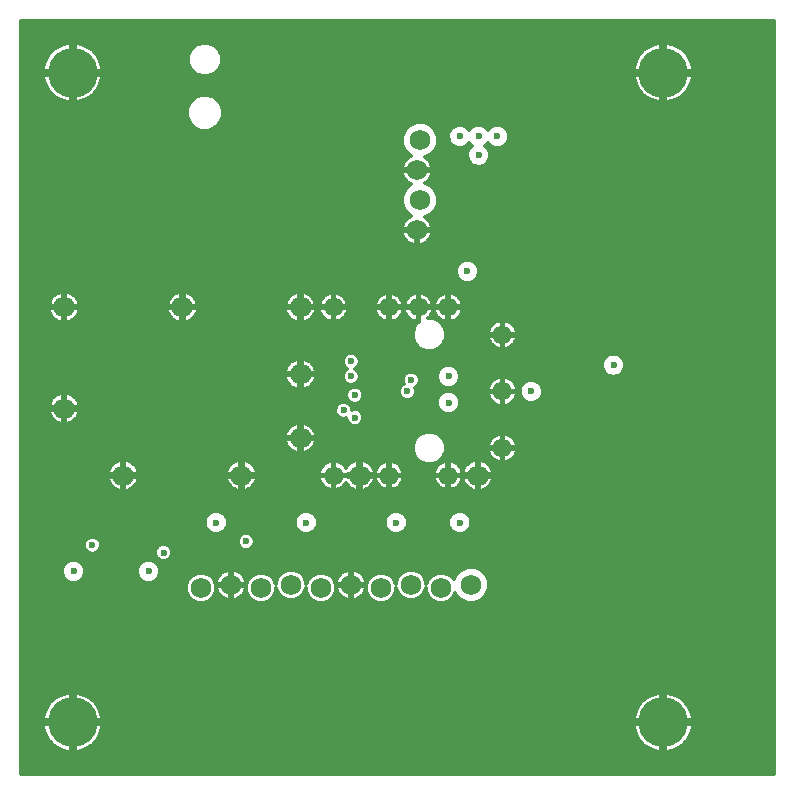
<source format=gbr>
G75*
%MOIN*%
%OFA0B0*%
%FSLAX25Y25*%
%IPPOS*%
%LPD*%
%AMOC8*
5,1,8,0,0,1.08239X$1,22.5*
%
%ADD10C,0.07028*%
%ADD11C,0.06358*%
%ADD12C,0.16598*%
%ADD13C,0.06800*%
%ADD14C,0.02362*%
%ADD15C,0.01299*%
D10*
X0064242Y0103598D03*
X0044557Y0125941D03*
X0044557Y0159701D03*
X0083927Y0159701D03*
X0123297Y0159701D03*
X0123297Y0137358D03*
X0123297Y0116098D03*
X0103612Y0103598D03*
X0142982Y0103598D03*
X0182352Y0103598D03*
D11*
X0172510Y0103598D03*
X0152825Y0103598D03*
X0134321Y0103598D03*
X0190620Y0112752D03*
X0190620Y0131650D03*
X0190620Y0150547D03*
X0172510Y0159701D03*
X0162667Y0159701D03*
X0152825Y0159701D03*
X0134321Y0159701D03*
D12*
X0047352Y0237870D03*
X0244203Y0237870D03*
X0244203Y0021335D03*
X0047352Y0021335D03*
D13*
X0090167Y0066150D03*
X0100167Y0067150D03*
X0110167Y0066150D03*
X0120167Y0067150D03*
X0130167Y0066150D03*
X0140167Y0067150D03*
X0150167Y0066150D03*
X0160167Y0067150D03*
X0170167Y0066150D03*
X0180167Y0067150D03*
X0162167Y0185400D03*
X0163167Y0195400D03*
X0162167Y0205400D03*
X0163167Y0215400D03*
D14*
X0176417Y0216650D03*
X0182667Y0216650D03*
X0188917Y0216650D03*
X0182667Y0210400D03*
X0200167Y0226965D03*
X0205167Y0226965D03*
X0205167Y0221340D03*
X0211417Y0215715D03*
X0213917Y0221340D03*
X0218917Y0221340D03*
X0223917Y0221340D03*
X0223917Y0226965D03*
X0223917Y0233215D03*
X0223917Y0239465D03*
X0223917Y0244465D03*
X0223917Y0249465D03*
X0218917Y0249465D03*
X0213917Y0249465D03*
X0213917Y0244465D03*
X0218917Y0244465D03*
X0208917Y0249465D03*
X0205167Y0244465D03*
X0205167Y0239465D03*
X0200167Y0239465D03*
X0197667Y0233215D03*
X0205167Y0233215D03*
X0218917Y0215715D03*
X0223917Y0215715D03*
X0221417Y0208215D03*
X0211417Y0198215D03*
X0216417Y0195400D03*
X0211417Y0190400D03*
X0207667Y0185400D03*
X0207667Y0177900D03*
X0207667Y0170400D03*
X0207667Y0164150D03*
X0207667Y0159150D03*
X0202667Y0154775D03*
X0197667Y0150400D03*
X0207667Y0140400D03*
X0202667Y0137275D03*
X0200167Y0131650D03*
X0202667Y0127275D03*
X0208917Y0122900D03*
X0213917Y0117900D03*
X0217042Y0113525D03*
X0220792Y0107275D03*
X0220792Y0099775D03*
X0220792Y0093525D03*
X0220792Y0087275D03*
X0220792Y0081025D03*
X0226417Y0077900D03*
X0233292Y0078525D03*
X0237667Y0083525D03*
X0238292Y0089775D03*
X0239542Y0097900D03*
X0244542Y0103525D03*
X0250792Y0106025D03*
X0258292Y0107275D03*
X0258292Y0096025D03*
X0253292Y0096025D03*
X0248292Y0093525D03*
X0247667Y0087275D03*
X0247042Y0081025D03*
X0245792Y0076025D03*
X0242042Y0071650D03*
X0245792Y0066025D03*
X0247042Y0059775D03*
X0247042Y0053525D03*
X0248292Y0048525D03*
X0252667Y0046650D03*
X0258917Y0046650D03*
X0260167Y0036650D03*
X0253917Y0036650D03*
X0246417Y0038525D03*
X0241417Y0042275D03*
X0238292Y0047900D03*
X0237667Y0053525D03*
X0237667Y0058525D03*
X0233292Y0064150D03*
X0227042Y0065400D03*
X0220792Y0065400D03*
X0215167Y0067275D03*
X0210167Y0072275D03*
X0207042Y0078525D03*
X0207042Y0084775D03*
X0207042Y0092275D03*
X0207042Y0098525D03*
X0207042Y0104775D03*
X0202042Y0111025D03*
X0196417Y0116025D03*
X0195792Y0134775D03*
X0211417Y0145400D03*
X0216417Y0149150D03*
X0220167Y0154150D03*
X0220167Y0160400D03*
X0220167Y0166650D03*
X0220167Y0172900D03*
X0220167Y0180400D03*
X0225167Y0185400D03*
X0233917Y0185400D03*
X0237667Y0179150D03*
X0247667Y0181650D03*
X0247667Y0175400D03*
X0248917Y0169150D03*
X0253917Y0167275D03*
X0259542Y0167275D03*
X0259542Y0156025D03*
X0252042Y0156025D03*
X0245167Y0159150D03*
X0240167Y0164150D03*
X0237667Y0170400D03*
X0246417Y0187900D03*
X0242667Y0191650D03*
X0246417Y0195400D03*
X0247667Y0202900D03*
X0247667Y0209150D03*
X0248292Y0215400D03*
X0253292Y0216650D03*
X0259542Y0216650D03*
X0257042Y0226650D03*
X0241417Y0222275D03*
X0238292Y0217900D03*
X0238292Y0211650D03*
X0238292Y0205400D03*
X0237667Y0199775D03*
X0231417Y0197275D03*
X0225167Y0197900D03*
X0181417Y0233215D03*
X0172667Y0233215D03*
X0157667Y0230715D03*
X0137667Y0208215D03*
X0128917Y0199465D03*
X0120167Y0208215D03*
X0068917Y0205715D03*
X0068917Y0230715D03*
X0068917Y0251965D03*
X0178917Y0171650D03*
X0167667Y0144150D03*
X0172667Y0136650D03*
X0168917Y0132275D03*
X0172667Y0127900D03*
X0173917Y0119150D03*
X0157667Y0120400D03*
X0158917Y0131650D03*
X0160167Y0135400D03*
X0157667Y0144150D03*
X0142667Y0146650D03*
X0140167Y0141650D03*
X0140167Y0136650D03*
X0141417Y0130400D03*
X0137667Y0125400D03*
X0141417Y0122900D03*
X0142667Y0117900D03*
X0155167Y0087900D03*
X0155167Y0074775D03*
X0165167Y0074775D03*
X0176417Y0087900D03*
X0125167Y0087900D03*
X0125167Y0074775D03*
X0115167Y0074775D03*
X0105167Y0074775D03*
X0105167Y0081650D03*
X0095167Y0087900D03*
X0077667Y0077900D03*
X0072667Y0071650D03*
X0053917Y0080400D03*
X0047667Y0071650D03*
X0227667Y0140400D03*
X0272667Y0131650D03*
X0272667Y0191650D03*
X0272667Y0250400D03*
X0272667Y0071650D03*
X0272667Y0011650D03*
D15*
X0030089Y0004071D02*
X0030089Y0255134D01*
X0281152Y0255134D01*
X0281152Y0004071D01*
X0030089Y0004071D01*
X0030089Y0004245D02*
X0281152Y0004245D01*
X0281152Y0005543D02*
X0030089Y0005543D01*
X0030089Y0006841D02*
X0281152Y0006841D01*
X0281152Y0008138D02*
X0030089Y0008138D01*
X0030089Y0009436D02*
X0281152Y0009436D01*
X0281152Y0010734D02*
X0030089Y0010734D01*
X0030089Y0012031D02*
X0043817Y0012031D01*
X0043539Y0012129D02*
X0044594Y0011760D01*
X0045683Y0011511D01*
X0046703Y0011396D01*
X0046703Y0020685D01*
X0048002Y0020685D01*
X0048002Y0021984D01*
X0057291Y0021984D01*
X0057176Y0023004D01*
X0056927Y0024093D01*
X0056558Y0025148D01*
X0056074Y0026155D01*
X0055479Y0027101D01*
X0054782Y0027974D01*
X0053992Y0028765D01*
X0053119Y0029461D01*
X0052172Y0030056D01*
X0051166Y0030541D01*
X0050111Y0030910D01*
X0049021Y0031158D01*
X0048002Y0031273D01*
X0048002Y0021984D01*
X0046703Y0021984D01*
X0046703Y0020685D01*
X0037414Y0020685D01*
X0037529Y0019666D01*
X0037777Y0018576D01*
X0038146Y0017521D01*
X0038631Y0016515D01*
X0039226Y0015568D01*
X0039922Y0014695D01*
X0040713Y0013905D01*
X0041586Y0013208D01*
X0042532Y0012613D01*
X0043539Y0012129D01*
X0041434Y0013329D02*
X0030089Y0013329D01*
X0030089Y0014627D02*
X0039990Y0014627D01*
X0039002Y0015925D02*
X0030089Y0015925D01*
X0030089Y0017222D02*
X0038290Y0017222D01*
X0037797Y0018520D02*
X0030089Y0018520D01*
X0030089Y0019818D02*
X0037511Y0019818D01*
X0037414Y0021984D02*
X0046703Y0021984D01*
X0046703Y0031273D01*
X0045683Y0031158D01*
X0044594Y0030910D01*
X0043539Y0030541D01*
X0042532Y0030056D01*
X0041586Y0029461D01*
X0040713Y0028765D01*
X0039922Y0027974D01*
X0039226Y0027101D01*
X0038631Y0026155D01*
X0038146Y0025148D01*
X0037777Y0024093D01*
X0037529Y0023004D01*
X0037414Y0021984D01*
X0037462Y0022413D02*
X0030089Y0022413D01*
X0030089Y0021115D02*
X0046703Y0021115D01*
X0046703Y0019818D02*
X0048002Y0019818D01*
X0048002Y0020685D02*
X0048002Y0011396D01*
X0049021Y0011511D01*
X0050111Y0011760D01*
X0051166Y0012129D01*
X0052172Y0012613D01*
X0053119Y0013208D01*
X0053992Y0013905D01*
X0054782Y0014695D01*
X0055479Y0015568D01*
X0056074Y0016515D01*
X0056558Y0017521D01*
X0056927Y0018576D01*
X0057176Y0019666D01*
X0057291Y0020685D01*
X0048002Y0020685D01*
X0048002Y0021115D02*
X0243553Y0021115D01*
X0243553Y0020685D02*
X0234264Y0020685D01*
X0234379Y0019666D01*
X0234628Y0018576D01*
X0234997Y0017521D01*
X0235482Y0016515D01*
X0236076Y0015568D01*
X0236773Y0014695D01*
X0237563Y0013905D01*
X0238437Y0013208D01*
X0239383Y0012613D01*
X0240390Y0012129D01*
X0241444Y0011760D01*
X0242534Y0011511D01*
X0243553Y0011396D01*
X0243553Y0020685D01*
X0243553Y0021984D01*
X0234264Y0021984D01*
X0234379Y0023004D01*
X0234628Y0024093D01*
X0234997Y0025148D01*
X0235482Y0026155D01*
X0236076Y0027101D01*
X0236773Y0027974D01*
X0237563Y0028765D01*
X0238437Y0029461D01*
X0239383Y0030056D01*
X0240390Y0030541D01*
X0241444Y0030910D01*
X0242534Y0031158D01*
X0243553Y0031273D01*
X0243553Y0021984D01*
X0244852Y0021984D01*
X0244852Y0031273D01*
X0245872Y0031158D01*
X0246961Y0030910D01*
X0248016Y0030541D01*
X0249023Y0030056D01*
X0249969Y0029461D01*
X0250843Y0028765D01*
X0251633Y0027974D01*
X0252329Y0027101D01*
X0252924Y0026155D01*
X0253409Y0025148D01*
X0253778Y0024093D01*
X0254026Y0023004D01*
X0254141Y0021984D01*
X0244852Y0021984D01*
X0244852Y0020685D01*
X0244852Y0011396D01*
X0245872Y0011511D01*
X0246961Y0011760D01*
X0248016Y0012129D01*
X0249023Y0012613D01*
X0249969Y0013208D01*
X0250843Y0013905D01*
X0251633Y0014695D01*
X0252329Y0015568D01*
X0252924Y0016515D01*
X0253409Y0017521D01*
X0253778Y0018576D01*
X0254026Y0019666D01*
X0254141Y0020685D01*
X0244852Y0020685D01*
X0243553Y0020685D01*
X0243553Y0019818D02*
X0244852Y0019818D01*
X0244852Y0021115D02*
X0281152Y0021115D01*
X0281152Y0019818D02*
X0254044Y0019818D01*
X0253758Y0018520D02*
X0281152Y0018520D01*
X0281152Y0017222D02*
X0253265Y0017222D01*
X0252553Y0015925D02*
X0281152Y0015925D01*
X0281152Y0014627D02*
X0251565Y0014627D01*
X0250121Y0013329D02*
X0281152Y0013329D01*
X0281152Y0012031D02*
X0247738Y0012031D01*
X0244852Y0012031D02*
X0243553Y0012031D01*
X0243553Y0013329D02*
X0244852Y0013329D01*
X0244852Y0014627D02*
X0243553Y0014627D01*
X0243553Y0015925D02*
X0244852Y0015925D01*
X0244852Y0017222D02*
X0243553Y0017222D01*
X0243553Y0018520D02*
X0244852Y0018520D01*
X0244852Y0022413D02*
X0243553Y0022413D01*
X0243553Y0023711D02*
X0244852Y0023711D01*
X0244852Y0025009D02*
X0243553Y0025009D01*
X0243553Y0026306D02*
X0244852Y0026306D01*
X0244852Y0027604D02*
X0243553Y0027604D01*
X0243553Y0028902D02*
X0244852Y0028902D01*
X0244852Y0030200D02*
X0243553Y0030200D01*
X0239681Y0030200D02*
X0051874Y0030200D01*
X0053820Y0028902D02*
X0237735Y0028902D01*
X0236477Y0027604D02*
X0055078Y0027604D01*
X0055978Y0026306D02*
X0235577Y0026306D01*
X0234948Y0025009D02*
X0056607Y0025009D01*
X0057015Y0023711D02*
X0234540Y0023711D01*
X0234313Y0022413D02*
X0057243Y0022413D01*
X0057193Y0019818D02*
X0234362Y0019818D01*
X0234647Y0018520D02*
X0056908Y0018520D01*
X0056414Y0017222D02*
X0235141Y0017222D01*
X0235852Y0015925D02*
X0055703Y0015925D01*
X0054714Y0014627D02*
X0236841Y0014627D01*
X0238285Y0013329D02*
X0053270Y0013329D01*
X0050888Y0012031D02*
X0240667Y0012031D01*
X0254093Y0022413D02*
X0281152Y0022413D01*
X0281152Y0023711D02*
X0253865Y0023711D01*
X0253457Y0025009D02*
X0281152Y0025009D01*
X0281152Y0026306D02*
X0252829Y0026306D01*
X0251928Y0027604D02*
X0281152Y0027604D01*
X0281152Y0028902D02*
X0250670Y0028902D01*
X0248724Y0030200D02*
X0281152Y0030200D01*
X0281152Y0031497D02*
X0030089Y0031497D01*
X0030089Y0030200D02*
X0042831Y0030200D01*
X0040885Y0028902D02*
X0030089Y0028902D01*
X0030089Y0027604D02*
X0039627Y0027604D01*
X0038727Y0026306D02*
X0030089Y0026306D01*
X0030089Y0025009D02*
X0038098Y0025009D01*
X0037690Y0023711D02*
X0030089Y0023711D01*
X0030089Y0032795D02*
X0281152Y0032795D01*
X0281152Y0034093D02*
X0030089Y0034093D01*
X0030089Y0035390D02*
X0281152Y0035390D01*
X0281152Y0036688D02*
X0030089Y0036688D01*
X0030089Y0037986D02*
X0281152Y0037986D01*
X0281152Y0039284D02*
X0030089Y0039284D01*
X0030089Y0040581D02*
X0281152Y0040581D01*
X0281152Y0041879D02*
X0030089Y0041879D01*
X0030089Y0043177D02*
X0281152Y0043177D01*
X0281152Y0044474D02*
X0030089Y0044474D01*
X0030089Y0045772D02*
X0281152Y0045772D01*
X0281152Y0047070D02*
X0030089Y0047070D01*
X0030089Y0048368D02*
X0281152Y0048368D01*
X0281152Y0049665D02*
X0030089Y0049665D01*
X0030089Y0050963D02*
X0281152Y0050963D01*
X0281152Y0052261D02*
X0030089Y0052261D01*
X0030089Y0053559D02*
X0281152Y0053559D01*
X0281152Y0054856D02*
X0030089Y0054856D01*
X0030089Y0056154D02*
X0281152Y0056154D01*
X0281152Y0057452D02*
X0030089Y0057452D01*
X0030089Y0058749D02*
X0281152Y0058749D01*
X0281152Y0060047D02*
X0030089Y0060047D01*
X0030089Y0061345D02*
X0088613Y0061345D01*
X0089166Y0061116D02*
X0091169Y0061116D01*
X0093019Y0061882D01*
X0094435Y0063298D01*
X0095201Y0065148D01*
X0095201Y0066225D01*
X0095242Y0065967D01*
X0095488Y0065211D01*
X0095849Y0064503D01*
X0096316Y0063860D01*
X0096878Y0063298D01*
X0097521Y0062831D01*
X0098229Y0062470D01*
X0098985Y0062224D01*
X0099770Y0062100D01*
X0099817Y0062100D01*
X0099817Y0066799D01*
X0100518Y0066799D01*
X0100518Y0067500D01*
X0105217Y0067500D01*
X0105217Y0067547D01*
X0105093Y0068332D01*
X0104847Y0069088D01*
X0104486Y0069796D01*
X0104019Y0070439D01*
X0103457Y0071001D01*
X0102814Y0071468D01*
X0102106Y0071829D01*
X0101350Y0072075D01*
X0100565Y0072199D01*
X0100518Y0072199D01*
X0100518Y0067500D01*
X0099817Y0067500D01*
X0099817Y0072199D01*
X0099770Y0072199D01*
X0098985Y0072075D01*
X0098229Y0071829D01*
X0097521Y0071468D01*
X0096878Y0071001D01*
X0096316Y0070439D01*
X0095849Y0069796D01*
X0095488Y0069088D01*
X0095242Y0068332D01*
X0095118Y0067547D01*
X0095118Y0067500D01*
X0099817Y0067500D01*
X0099817Y0066799D01*
X0095201Y0066799D01*
X0095201Y0067151D01*
X0094435Y0069001D01*
X0093019Y0070417D01*
X0091169Y0071183D01*
X0089166Y0071183D01*
X0087316Y0070417D01*
X0085900Y0069001D01*
X0085133Y0067151D01*
X0085133Y0065148D01*
X0085900Y0063298D01*
X0087316Y0061882D01*
X0089166Y0061116D01*
X0091722Y0061345D02*
X0108613Y0061345D01*
X0109166Y0061116D02*
X0111169Y0061116D01*
X0113019Y0061882D01*
X0114435Y0063298D01*
X0115201Y0065148D01*
X0115201Y0065985D01*
X0115900Y0064298D01*
X0117316Y0062882D01*
X0119166Y0062116D01*
X0121169Y0062116D01*
X0123019Y0062882D01*
X0124435Y0064298D01*
X0125133Y0065985D01*
X0125133Y0065148D01*
X0125900Y0063298D01*
X0127316Y0061882D01*
X0129166Y0061116D01*
X0131169Y0061116D01*
X0133019Y0061882D01*
X0134435Y0063298D01*
X0135201Y0065148D01*
X0135201Y0066225D01*
X0135242Y0065967D01*
X0135488Y0065211D01*
X0135849Y0064503D01*
X0136316Y0063860D01*
X0136878Y0063298D01*
X0137521Y0062831D01*
X0138229Y0062470D01*
X0138985Y0062224D01*
X0139770Y0062100D01*
X0139817Y0062100D01*
X0139817Y0066799D01*
X0140518Y0066799D01*
X0140518Y0067500D01*
X0145217Y0067500D01*
X0145217Y0067547D01*
X0145093Y0068332D01*
X0144847Y0069088D01*
X0144486Y0069796D01*
X0144019Y0070439D01*
X0143457Y0071001D01*
X0142814Y0071468D01*
X0142106Y0071829D01*
X0141350Y0072075D01*
X0140565Y0072199D01*
X0140518Y0072199D01*
X0140518Y0067500D01*
X0139817Y0067500D01*
X0139817Y0072199D01*
X0139770Y0072199D01*
X0138985Y0072075D01*
X0138229Y0071829D01*
X0137521Y0071468D01*
X0136878Y0071001D01*
X0136316Y0070439D01*
X0135849Y0069796D01*
X0135488Y0069088D01*
X0135242Y0068332D01*
X0135118Y0067547D01*
X0135118Y0067500D01*
X0139817Y0067500D01*
X0139817Y0066799D01*
X0135201Y0066799D01*
X0135201Y0067151D01*
X0134435Y0069001D01*
X0133019Y0070417D01*
X0131169Y0071183D01*
X0129166Y0071183D01*
X0127316Y0070417D01*
X0125900Y0069001D01*
X0125201Y0067314D01*
X0125201Y0068151D01*
X0124435Y0070001D01*
X0123019Y0071417D01*
X0121169Y0072183D01*
X0119166Y0072183D01*
X0117316Y0071417D01*
X0115900Y0070001D01*
X0115133Y0068151D01*
X0115133Y0067314D01*
X0114435Y0069001D01*
X0113019Y0070417D01*
X0111169Y0071183D01*
X0109166Y0071183D01*
X0107316Y0070417D01*
X0105900Y0069001D01*
X0105133Y0067151D01*
X0105133Y0066799D01*
X0100518Y0066799D01*
X0100518Y0062100D01*
X0100565Y0062100D01*
X0101350Y0062224D01*
X0102106Y0062470D01*
X0102814Y0062831D01*
X0103457Y0063298D01*
X0104019Y0063860D01*
X0104486Y0064503D01*
X0104847Y0065211D01*
X0105093Y0065967D01*
X0105133Y0066225D01*
X0105133Y0065148D01*
X0105900Y0063298D01*
X0107316Y0061882D01*
X0109166Y0061116D01*
X0111722Y0061345D02*
X0128613Y0061345D01*
X0126555Y0062643D02*
X0122441Y0062643D01*
X0124077Y0063940D02*
X0125634Y0063940D01*
X0125133Y0065238D02*
X0124824Y0065238D01*
X0125201Y0067834D02*
X0125416Y0067834D01*
X0126030Y0069131D02*
X0124795Y0069131D01*
X0124007Y0070429D02*
X0127345Y0070429D01*
X0122271Y0071727D02*
X0138028Y0071727D01*
X0139817Y0071727D02*
X0140518Y0071727D01*
X0140518Y0070429D02*
X0139817Y0070429D01*
X0139817Y0069131D02*
X0140518Y0069131D01*
X0140518Y0067834D02*
X0139817Y0067834D01*
X0140518Y0066799D02*
X0145133Y0066799D01*
X0145133Y0067151D01*
X0145900Y0069001D01*
X0147316Y0070417D01*
X0149166Y0071183D01*
X0151169Y0071183D01*
X0153019Y0070417D01*
X0154435Y0069001D01*
X0155133Y0067314D01*
X0155133Y0068151D01*
X0155900Y0070001D01*
X0157316Y0071417D01*
X0159166Y0072183D01*
X0161169Y0072183D01*
X0163019Y0071417D01*
X0164435Y0070001D01*
X0165201Y0068151D01*
X0165201Y0067314D01*
X0165900Y0069001D01*
X0167316Y0070417D01*
X0169166Y0071183D01*
X0171169Y0071183D01*
X0173019Y0070417D01*
X0174425Y0069011D01*
X0175065Y0070559D01*
X0176758Y0072252D01*
X0178970Y0073168D01*
X0181364Y0073168D01*
X0183576Y0072252D01*
X0185269Y0070559D01*
X0186185Y0068347D01*
X0186185Y0065953D01*
X0185269Y0063741D01*
X0183576Y0062048D01*
X0181364Y0061131D01*
X0178970Y0061131D01*
X0176758Y0062048D01*
X0175065Y0063741D01*
X0174842Y0064281D01*
X0174435Y0063298D01*
X0173019Y0061882D01*
X0171169Y0061116D01*
X0169166Y0061116D01*
X0167316Y0061882D01*
X0165900Y0063298D01*
X0165133Y0065148D01*
X0165133Y0065985D01*
X0164435Y0064298D01*
X0163019Y0062882D01*
X0161169Y0062116D01*
X0159166Y0062116D01*
X0157316Y0062882D01*
X0155900Y0064298D01*
X0155201Y0065985D01*
X0155201Y0065148D01*
X0154435Y0063298D01*
X0153019Y0061882D01*
X0151169Y0061116D01*
X0149166Y0061116D01*
X0147316Y0061882D01*
X0145900Y0063298D01*
X0145133Y0065148D01*
X0145133Y0066225D01*
X0145093Y0065967D01*
X0144847Y0065211D01*
X0144486Y0064503D01*
X0144019Y0063860D01*
X0143457Y0063298D01*
X0142814Y0062831D01*
X0142106Y0062470D01*
X0141350Y0062224D01*
X0140565Y0062100D01*
X0140518Y0062100D01*
X0140518Y0066799D01*
X0140518Y0066536D02*
X0139817Y0066536D01*
X0139817Y0065238D02*
X0140518Y0065238D01*
X0140518Y0063940D02*
X0139817Y0063940D01*
X0139817Y0062643D02*
X0140518Y0062643D01*
X0142445Y0062643D02*
X0146555Y0062643D01*
X0145634Y0063940D02*
X0144077Y0063940D01*
X0144856Y0065238D02*
X0145133Y0065238D01*
X0145172Y0067834D02*
X0145416Y0067834D01*
X0144825Y0069131D02*
X0146030Y0069131D01*
X0147345Y0070429D02*
X0144026Y0070429D01*
X0142307Y0071727D02*
X0158063Y0071727D01*
X0156328Y0070429D02*
X0152990Y0070429D01*
X0154305Y0069131D02*
X0155540Y0069131D01*
X0155133Y0067834D02*
X0154918Y0067834D01*
X0155201Y0065238D02*
X0155510Y0065238D01*
X0156258Y0063940D02*
X0154701Y0063940D01*
X0153779Y0062643D02*
X0157894Y0062643D01*
X0151722Y0061345D02*
X0168613Y0061345D01*
X0166555Y0062643D02*
X0162441Y0062643D01*
X0164077Y0063940D02*
X0165634Y0063940D01*
X0165133Y0065238D02*
X0164824Y0065238D01*
X0165201Y0067834D02*
X0165416Y0067834D01*
X0166030Y0069131D02*
X0164795Y0069131D01*
X0164007Y0070429D02*
X0167345Y0070429D01*
X0162271Y0071727D02*
X0176234Y0071727D01*
X0175012Y0070429D02*
X0172990Y0070429D01*
X0174305Y0069131D02*
X0174474Y0069131D01*
X0178624Y0073024D02*
X0076210Y0073024D01*
X0076467Y0072405D02*
X0075888Y0073802D01*
X0074819Y0074870D01*
X0073423Y0075449D01*
X0071912Y0075449D01*
X0070515Y0074870D01*
X0069447Y0073802D01*
X0068868Y0072405D01*
X0068868Y0070894D01*
X0069447Y0069498D01*
X0070515Y0068429D01*
X0071912Y0067850D01*
X0073423Y0067850D01*
X0074819Y0068429D01*
X0075888Y0069498D01*
X0076467Y0070894D01*
X0076467Y0072405D01*
X0076467Y0071727D02*
X0098028Y0071727D01*
X0099817Y0071727D02*
X0100518Y0071727D01*
X0100518Y0070429D02*
X0099817Y0070429D01*
X0099817Y0069131D02*
X0100518Y0069131D01*
X0100518Y0067834D02*
X0099817Y0067834D01*
X0099817Y0066536D02*
X0100518Y0066536D01*
X0100518Y0065238D02*
X0099817Y0065238D01*
X0099817Y0063940D02*
X0100518Y0063940D01*
X0100518Y0062643D02*
X0099817Y0062643D01*
X0097890Y0062643D02*
X0093779Y0062643D01*
X0094701Y0063940D02*
X0096257Y0063940D01*
X0095479Y0065238D02*
X0095201Y0065238D01*
X0095163Y0067834D02*
X0094918Y0067834D01*
X0095510Y0069131D02*
X0094305Y0069131D01*
X0092990Y0070429D02*
X0096308Y0070429D01*
X0102307Y0071727D02*
X0118063Y0071727D01*
X0116328Y0070429D02*
X0112990Y0070429D01*
X0114305Y0069131D02*
X0115540Y0069131D01*
X0115133Y0067834D02*
X0114918Y0067834D01*
X0115201Y0065238D02*
X0115510Y0065238D01*
X0116258Y0063940D02*
X0114701Y0063940D01*
X0113779Y0062643D02*
X0117894Y0062643D01*
X0106555Y0062643D02*
X0102445Y0062643D01*
X0104077Y0063940D02*
X0105634Y0063940D01*
X0105133Y0065238D02*
X0104856Y0065238D01*
X0105172Y0067834D02*
X0105416Y0067834D01*
X0104825Y0069131D02*
X0106030Y0069131D01*
X0107345Y0070429D02*
X0104026Y0070429D01*
X0104607Y0078835D02*
X0105727Y0078835D01*
X0106762Y0079263D01*
X0107554Y0080055D01*
X0107982Y0081090D01*
X0107982Y0082210D01*
X0107554Y0083244D01*
X0106762Y0084036D01*
X0105727Y0084465D01*
X0104607Y0084465D01*
X0103573Y0084036D01*
X0102781Y0083244D01*
X0102352Y0082210D01*
X0102352Y0081090D01*
X0102781Y0080055D01*
X0103573Y0079263D01*
X0104607Y0078835D01*
X0103323Y0079513D02*
X0080035Y0079513D01*
X0080054Y0079494D02*
X0079262Y0080286D01*
X0078227Y0080715D01*
X0077107Y0080715D01*
X0076073Y0080286D01*
X0075281Y0079494D01*
X0074852Y0078460D01*
X0074852Y0077340D01*
X0075281Y0076305D01*
X0076073Y0075513D01*
X0077107Y0075085D01*
X0078227Y0075085D01*
X0079262Y0075513D01*
X0080054Y0076305D01*
X0080482Y0077340D01*
X0080482Y0078460D01*
X0080054Y0079494D01*
X0080482Y0078215D02*
X0281152Y0078215D01*
X0281152Y0076918D02*
X0080307Y0076918D01*
X0079369Y0075620D02*
X0281152Y0075620D01*
X0281152Y0074322D02*
X0075368Y0074322D01*
X0075966Y0075620D02*
X0030089Y0075620D01*
X0030089Y0076918D02*
X0075027Y0076918D01*
X0074852Y0078215D02*
X0055714Y0078215D01*
X0055512Y0078013D02*
X0056304Y0078805D01*
X0056732Y0079840D01*
X0056732Y0080960D01*
X0056304Y0081994D01*
X0055512Y0082786D01*
X0054477Y0083215D01*
X0053357Y0083215D01*
X0052323Y0082786D01*
X0051531Y0081994D01*
X0051102Y0080960D01*
X0051102Y0079840D01*
X0051531Y0078805D01*
X0052323Y0078013D01*
X0053357Y0077585D01*
X0054477Y0077585D01*
X0055512Y0078013D01*
X0056597Y0079513D02*
X0075300Y0079513D01*
X0069967Y0074322D02*
X0050368Y0074322D01*
X0050888Y0073802D02*
X0049819Y0074870D01*
X0048423Y0075449D01*
X0046912Y0075449D01*
X0045515Y0074870D01*
X0044447Y0073802D01*
X0043868Y0072405D01*
X0043868Y0070894D01*
X0044447Y0069498D01*
X0045515Y0068429D01*
X0046912Y0067850D01*
X0048423Y0067850D01*
X0049819Y0068429D01*
X0050888Y0069498D01*
X0051467Y0070894D01*
X0051467Y0072405D01*
X0050888Y0073802D01*
X0051210Y0073024D02*
X0069125Y0073024D01*
X0068868Y0071727D02*
X0051467Y0071727D01*
X0051274Y0070429D02*
X0069061Y0070429D01*
X0069813Y0069131D02*
X0050522Y0069131D01*
X0044813Y0069131D02*
X0030089Y0069131D01*
X0030089Y0067834D02*
X0085416Y0067834D01*
X0085133Y0066536D02*
X0030089Y0066536D01*
X0030089Y0065238D02*
X0085133Y0065238D01*
X0085634Y0063940D02*
X0030089Y0063940D01*
X0030089Y0062643D02*
X0086555Y0062643D01*
X0086030Y0069131D02*
X0075522Y0069131D01*
X0076274Y0070429D02*
X0087345Y0070429D01*
X0102468Y0080811D02*
X0056732Y0080811D01*
X0056189Y0082108D02*
X0102352Y0082108D01*
X0102943Y0083406D02*
X0030089Y0083406D01*
X0030089Y0082108D02*
X0051645Y0082108D01*
X0051102Y0080811D02*
X0030089Y0080811D01*
X0030089Y0079513D02*
X0051238Y0079513D01*
X0052121Y0078215D02*
X0030089Y0078215D01*
X0030089Y0074322D02*
X0044967Y0074322D01*
X0044125Y0073024D02*
X0030089Y0073024D01*
X0030089Y0071727D02*
X0043868Y0071727D01*
X0044061Y0070429D02*
X0030089Y0070429D01*
X0030089Y0084704D02*
X0092990Y0084704D01*
X0093015Y0084679D02*
X0094412Y0084100D01*
X0095923Y0084100D01*
X0097319Y0084679D01*
X0098388Y0085748D01*
X0098967Y0087144D01*
X0098967Y0088655D01*
X0098388Y0090052D01*
X0097319Y0091120D01*
X0095923Y0091699D01*
X0094412Y0091699D01*
X0093015Y0091120D01*
X0091947Y0090052D01*
X0091368Y0088655D01*
X0091368Y0087144D01*
X0091947Y0085748D01*
X0093015Y0084679D01*
X0091841Y0086002D02*
X0030089Y0086002D01*
X0030089Y0087299D02*
X0091368Y0087299D01*
X0091368Y0088597D02*
X0030089Y0088597D01*
X0030089Y0089895D02*
X0091882Y0089895D01*
X0093189Y0091193D02*
X0030089Y0091193D01*
X0030089Y0092490D02*
X0281152Y0092490D01*
X0281152Y0091193D02*
X0178395Y0091193D01*
X0178569Y0091120D02*
X0177173Y0091699D01*
X0175662Y0091699D01*
X0174265Y0091120D01*
X0173197Y0090052D01*
X0172618Y0088655D01*
X0172618Y0087144D01*
X0173197Y0085748D01*
X0174265Y0084679D01*
X0175662Y0084100D01*
X0177173Y0084100D01*
X0178569Y0084679D01*
X0179638Y0085748D01*
X0180217Y0087144D01*
X0180217Y0088655D01*
X0179638Y0090052D01*
X0178569Y0091120D01*
X0179703Y0089895D02*
X0281152Y0089895D01*
X0281152Y0088597D02*
X0180217Y0088597D01*
X0180217Y0087299D02*
X0281152Y0087299D01*
X0281152Y0086002D02*
X0179743Y0086002D01*
X0178595Y0084704D02*
X0281152Y0084704D01*
X0281152Y0083406D02*
X0107392Y0083406D01*
X0107982Y0082108D02*
X0281152Y0082108D01*
X0281152Y0080811D02*
X0107867Y0080811D01*
X0107012Y0079513D02*
X0281152Y0079513D01*
X0281152Y0073024D02*
X0181710Y0073024D01*
X0184101Y0071727D02*
X0281152Y0071727D01*
X0281152Y0070429D02*
X0185323Y0070429D01*
X0185860Y0069131D02*
X0281152Y0069131D01*
X0281152Y0067834D02*
X0186185Y0067834D01*
X0186185Y0066536D02*
X0281152Y0066536D01*
X0281152Y0065238D02*
X0185889Y0065238D01*
X0185352Y0063940D02*
X0281152Y0063940D01*
X0281152Y0062643D02*
X0184171Y0062643D01*
X0181880Y0061345D02*
X0281152Y0061345D01*
X0281152Y0093788D02*
X0030089Y0093788D01*
X0030089Y0095086D02*
X0281152Y0095086D01*
X0281152Y0096383D02*
X0030089Y0096383D01*
X0030089Y0097681D02*
X0281152Y0097681D01*
X0281152Y0098979D02*
X0184659Y0098979D01*
X0184334Y0098813D02*
X0185059Y0099182D01*
X0185716Y0099660D01*
X0186291Y0100235D01*
X0186768Y0100892D01*
X0187137Y0101616D01*
X0187389Y0102389D01*
X0187516Y0103192D01*
X0187516Y0103215D01*
X0182736Y0103215D01*
X0182736Y0103982D01*
X0187516Y0103982D01*
X0187516Y0104005D01*
X0187389Y0104808D01*
X0187137Y0105580D01*
X0186768Y0106305D01*
X0186291Y0106962D01*
X0185716Y0107537D01*
X0185059Y0108015D01*
X0184334Y0108384D01*
X0183561Y0108635D01*
X0182759Y0108762D01*
X0182736Y0108762D01*
X0182736Y0103982D01*
X0181968Y0103982D01*
X0181968Y0103215D01*
X0177338Y0103215D01*
X0177339Y0103218D01*
X0177339Y0103313D01*
X0172795Y0103313D01*
X0172795Y0098770D01*
X0172890Y0098770D01*
X0173641Y0098889D01*
X0174363Y0099123D01*
X0175041Y0099469D01*
X0175656Y0099915D01*
X0176193Y0100453D01*
X0176640Y0101068D01*
X0176985Y0101745D01*
X0177220Y0102468D01*
X0177262Y0102733D01*
X0177316Y0102389D01*
X0177567Y0101616D01*
X0177936Y0100892D01*
X0178414Y0100235D01*
X0178989Y0099660D01*
X0179646Y0099182D01*
X0180370Y0098813D01*
X0181143Y0098562D01*
X0181946Y0098435D01*
X0181968Y0098435D01*
X0181968Y0103214D01*
X0182736Y0103214D01*
X0182736Y0098435D01*
X0182759Y0098435D01*
X0183561Y0098562D01*
X0184334Y0098813D01*
X0182736Y0098979D02*
X0181968Y0098979D01*
X0181968Y0100277D02*
X0182736Y0100277D01*
X0182736Y0101574D02*
X0181968Y0101574D01*
X0181968Y0102872D02*
X0182736Y0102872D01*
X0182736Y0104170D02*
X0181968Y0104170D01*
X0181968Y0103982D02*
X0181968Y0108762D01*
X0181946Y0108762D01*
X0181143Y0108635D01*
X0180370Y0108384D01*
X0179646Y0108015D01*
X0178989Y0107537D01*
X0178414Y0106962D01*
X0177936Y0106305D01*
X0177567Y0105580D01*
X0177316Y0104808D01*
X0177262Y0104464D01*
X0177220Y0104729D01*
X0176985Y0105452D01*
X0176640Y0106129D01*
X0176193Y0106744D01*
X0175656Y0107282D01*
X0175041Y0107728D01*
X0174363Y0108073D01*
X0173641Y0108308D01*
X0172890Y0108427D01*
X0172795Y0108427D01*
X0172795Y0103884D01*
X0172224Y0103884D01*
X0172224Y0103313D01*
X0167681Y0103313D01*
X0167681Y0103218D01*
X0167800Y0102468D01*
X0168035Y0101745D01*
X0168380Y0101068D01*
X0168827Y0100453D01*
X0169364Y0099915D01*
X0169979Y0099469D01*
X0170656Y0099123D01*
X0171379Y0098889D01*
X0172130Y0098770D01*
X0172224Y0098770D01*
X0172224Y0103313D01*
X0172795Y0103313D01*
X0172795Y0103884D01*
X0177339Y0103884D01*
X0177339Y0103978D01*
X0177338Y0103982D01*
X0181968Y0103982D01*
X0181968Y0105468D02*
X0182736Y0105468D01*
X0182736Y0106765D02*
X0181968Y0106765D01*
X0181968Y0108063D02*
X0182736Y0108063D01*
X0184964Y0108063D02*
X0189425Y0108063D01*
X0189489Y0108042D02*
X0190240Y0107923D01*
X0190335Y0107923D01*
X0190335Y0112466D01*
X0190906Y0112466D01*
X0190906Y0112467D02*
X0190906Y0113037D01*
X0195449Y0113037D01*
X0195449Y0113132D01*
X0195330Y0113883D01*
X0195095Y0114606D01*
X0194750Y0115283D01*
X0194303Y0115898D01*
X0193766Y0116435D01*
X0193151Y0116882D01*
X0192474Y0117227D01*
X0191751Y0117462D01*
X0191000Y0117581D01*
X0190906Y0117581D01*
X0190906Y0113037D01*
X0190335Y0113037D01*
X0190335Y0112467D01*
X0185791Y0112467D01*
X0185791Y0112372D01*
X0185910Y0111621D01*
X0186145Y0110898D01*
X0186490Y0110221D01*
X0186937Y0109606D01*
X0187474Y0109069D01*
X0188089Y0108622D01*
X0188766Y0108277D01*
X0189489Y0108042D01*
X0190335Y0108063D02*
X0190906Y0108063D01*
X0190906Y0107923D02*
X0191000Y0107923D01*
X0191751Y0108042D01*
X0192474Y0108277D01*
X0193151Y0108622D01*
X0193766Y0109069D01*
X0194303Y0109606D01*
X0194750Y0110221D01*
X0195095Y0110898D01*
X0195330Y0111621D01*
X0195449Y0112372D01*
X0195449Y0112467D01*
X0190906Y0112467D01*
X0190906Y0112466D02*
X0190906Y0107923D01*
X0191815Y0108063D02*
X0281152Y0108063D01*
X0281152Y0109361D02*
X0194058Y0109361D01*
X0194973Y0110658D02*
X0281152Y0110658D01*
X0281152Y0111956D02*
X0195383Y0111956D01*
X0195430Y0113254D02*
X0281152Y0113254D01*
X0281152Y0114552D02*
X0195113Y0114552D01*
X0194338Y0115849D02*
X0281152Y0115849D01*
X0281152Y0117147D02*
X0192630Y0117147D01*
X0190906Y0117147D02*
X0190335Y0117147D01*
X0190335Y0117581D02*
X0190240Y0117581D01*
X0189489Y0117462D01*
X0188766Y0117227D01*
X0188089Y0116882D01*
X0187474Y0116435D01*
X0186937Y0115898D01*
X0186490Y0115283D01*
X0186145Y0114606D01*
X0185910Y0113883D01*
X0185791Y0113132D01*
X0185791Y0113037D01*
X0190335Y0113037D01*
X0190335Y0117581D01*
X0190335Y0115849D02*
X0190906Y0115849D01*
X0190906Y0114552D02*
X0190335Y0114552D01*
X0190335Y0113254D02*
X0190906Y0113254D01*
X0190906Y0111956D02*
X0190335Y0111956D01*
X0190335Y0110658D02*
X0190906Y0110658D01*
X0190906Y0109361D02*
X0190335Y0109361D01*
X0187182Y0109361D02*
X0170559Y0109361D01*
X0170850Y0109652D02*
X0171683Y0111663D01*
X0171683Y0113841D01*
X0170850Y0115852D01*
X0169311Y0117391D01*
X0167299Y0118224D01*
X0165122Y0118224D01*
X0163111Y0117391D01*
X0161571Y0115852D01*
X0160738Y0113841D01*
X0160738Y0111663D01*
X0161571Y0109652D01*
X0163111Y0108113D01*
X0165122Y0107280D01*
X0167299Y0107280D01*
X0169311Y0108113D01*
X0170850Y0109652D01*
X0171267Y0110658D02*
X0186267Y0110658D01*
X0185857Y0111956D02*
X0171683Y0111956D01*
X0171683Y0113254D02*
X0185811Y0113254D01*
X0186128Y0114552D02*
X0171389Y0114552D01*
X0170851Y0115849D02*
X0186902Y0115849D01*
X0188610Y0117147D02*
X0169555Y0117147D01*
X0162867Y0117147D02*
X0128359Y0117147D01*
X0128333Y0117308D02*
X0128082Y0118080D01*
X0127713Y0118805D01*
X0127236Y0119462D01*
X0126661Y0120037D01*
X0126003Y0120515D01*
X0125279Y0120884D01*
X0124506Y0121135D01*
X0123704Y0121262D01*
X0123681Y0121262D01*
X0123681Y0116482D01*
X0128461Y0116482D01*
X0128461Y0116505D01*
X0128333Y0117308D01*
X0127897Y0118445D02*
X0281152Y0118445D01*
X0281152Y0119742D02*
X0126955Y0119742D01*
X0124797Y0121040D02*
X0139296Y0121040D01*
X0139031Y0121305D02*
X0139823Y0120513D01*
X0140857Y0120085D01*
X0141977Y0120085D01*
X0143012Y0120513D01*
X0143804Y0121305D01*
X0144232Y0122340D01*
X0144232Y0123460D01*
X0143804Y0124494D01*
X0143012Y0125286D01*
X0141977Y0125715D01*
X0140857Y0125715D01*
X0140482Y0125559D01*
X0140482Y0125960D01*
X0140054Y0126994D01*
X0139262Y0127786D01*
X0138227Y0128215D01*
X0137107Y0128215D01*
X0136073Y0127786D01*
X0135281Y0126994D01*
X0134852Y0125960D01*
X0134852Y0124840D01*
X0135281Y0123805D01*
X0136073Y0123013D01*
X0137107Y0122585D01*
X0138227Y0122585D01*
X0138602Y0122740D01*
X0138602Y0122340D01*
X0139031Y0121305D01*
X0138603Y0122338D02*
X0048256Y0122338D01*
X0048495Y0122577D02*
X0047921Y0122003D01*
X0047263Y0121525D01*
X0046539Y0121156D01*
X0045766Y0120905D01*
X0044963Y0120778D01*
X0044941Y0120778D01*
X0044941Y0125557D01*
X0044173Y0125557D01*
X0039394Y0125557D01*
X0039394Y0125535D01*
X0039521Y0124732D01*
X0039772Y0123959D01*
X0040141Y0123235D01*
X0040619Y0122577D01*
X0041193Y0122003D01*
X0041851Y0121525D01*
X0042575Y0121156D01*
X0043348Y0120905D01*
X0044151Y0120778D01*
X0044173Y0120778D01*
X0044173Y0125557D01*
X0044173Y0126325D01*
X0044173Y0131104D01*
X0044151Y0131104D01*
X0043348Y0130977D01*
X0042575Y0130726D01*
X0041851Y0130357D01*
X0041193Y0129879D01*
X0040619Y0129305D01*
X0040141Y0128647D01*
X0039772Y0127923D01*
X0039521Y0127150D01*
X0039394Y0126347D01*
X0039394Y0126325D01*
X0044173Y0126325D01*
X0044941Y0126325D01*
X0044941Y0131104D01*
X0044963Y0131104D01*
X0045766Y0130977D01*
X0046539Y0130726D01*
X0047263Y0130357D01*
X0047921Y0129879D01*
X0048495Y0129305D01*
X0048973Y0128647D01*
X0049342Y0127923D01*
X0049593Y0127150D01*
X0049720Y0126347D01*
X0049720Y0126325D01*
X0044941Y0126325D01*
X0044941Y0125557D01*
X0049720Y0125557D01*
X0049720Y0125535D01*
X0049593Y0124732D01*
X0049342Y0123959D01*
X0048973Y0123235D01*
X0048495Y0122577D01*
X0049177Y0123636D02*
X0135450Y0123636D01*
X0134852Y0124933D02*
X0049625Y0124933D01*
X0049470Y0127529D02*
X0135816Y0127529D01*
X0134965Y0126231D02*
X0044941Y0126231D01*
X0044173Y0126231D02*
X0030089Y0126231D01*
X0030089Y0124933D02*
X0039489Y0124933D01*
X0039937Y0123636D02*
X0030089Y0123636D01*
X0030089Y0122338D02*
X0040858Y0122338D01*
X0042931Y0121040D02*
X0030089Y0121040D01*
X0030089Y0119742D02*
X0119639Y0119742D01*
X0119359Y0119462D02*
X0118881Y0118805D01*
X0118512Y0118080D01*
X0118261Y0117308D01*
X0118134Y0116505D01*
X0118134Y0116482D01*
X0122913Y0116482D01*
X0122913Y0115715D01*
X0118134Y0115715D01*
X0118134Y0115692D01*
X0118261Y0114889D01*
X0118512Y0114116D01*
X0118881Y0113392D01*
X0119359Y0112735D01*
X0119934Y0112160D01*
X0120591Y0111682D01*
X0121315Y0111313D01*
X0122088Y0111062D01*
X0122891Y0110935D01*
X0122913Y0110935D01*
X0122913Y0115714D01*
X0123681Y0115714D01*
X0123681Y0110935D01*
X0123704Y0110935D01*
X0124506Y0111062D01*
X0125279Y0111313D01*
X0126003Y0111682D01*
X0126661Y0112160D01*
X0127236Y0112735D01*
X0127713Y0113392D01*
X0128082Y0114116D01*
X0128333Y0114889D01*
X0128461Y0115692D01*
X0128461Y0115715D01*
X0123681Y0115715D01*
X0123681Y0116482D01*
X0122913Y0116482D01*
X0122913Y0121262D01*
X0122891Y0121262D01*
X0122088Y0121135D01*
X0121315Y0120884D01*
X0120591Y0120515D01*
X0119934Y0120037D01*
X0119359Y0119462D01*
X0118698Y0118445D02*
X0030089Y0118445D01*
X0030089Y0117147D02*
X0118236Y0117147D01*
X0118371Y0114552D02*
X0030089Y0114552D01*
X0030089Y0115849D02*
X0122913Y0115849D01*
X0123681Y0115849D02*
X0161570Y0115849D01*
X0161033Y0114552D02*
X0128224Y0114552D01*
X0127613Y0113254D02*
X0160738Y0113254D01*
X0160738Y0111956D02*
X0126380Y0111956D01*
X0123681Y0111956D02*
X0122913Y0111956D01*
X0122913Y0113254D02*
X0123681Y0113254D01*
X0123681Y0114552D02*
X0122913Y0114552D01*
X0122913Y0117147D02*
X0123681Y0117147D01*
X0123681Y0118445D02*
X0122913Y0118445D01*
X0122913Y0119742D02*
X0123681Y0119742D01*
X0123681Y0121040D02*
X0122913Y0121040D01*
X0121797Y0121040D02*
X0046183Y0121040D01*
X0044941Y0121040D02*
X0044173Y0121040D01*
X0044173Y0122338D02*
X0044941Y0122338D01*
X0044941Y0123636D02*
X0044173Y0123636D01*
X0044173Y0124933D02*
X0044941Y0124933D01*
X0044941Y0127529D02*
X0044173Y0127529D01*
X0044173Y0128827D02*
X0044941Y0128827D01*
X0044941Y0130124D02*
X0044173Y0130124D01*
X0041530Y0130124D02*
X0030089Y0130124D01*
X0030089Y0128827D02*
X0040271Y0128827D01*
X0039644Y0127529D02*
X0030089Y0127529D01*
X0030089Y0131422D02*
X0138794Y0131422D01*
X0138602Y0130960D02*
X0139031Y0131994D01*
X0139823Y0132786D01*
X0140857Y0133215D01*
X0141977Y0133215D01*
X0143012Y0132786D01*
X0143804Y0131994D01*
X0144232Y0130960D01*
X0144232Y0129840D01*
X0143804Y0128805D01*
X0143012Y0128013D01*
X0141977Y0127585D01*
X0140857Y0127585D01*
X0139823Y0128013D01*
X0139031Y0128805D01*
X0138602Y0129840D01*
X0138602Y0130960D01*
X0138602Y0130124D02*
X0047584Y0130124D01*
X0048843Y0128827D02*
X0139022Y0128827D01*
X0139519Y0127529D02*
X0168868Y0127529D01*
X0168868Y0127144D02*
X0168868Y0128655D01*
X0169447Y0130052D01*
X0170515Y0131120D01*
X0171912Y0131699D01*
X0173423Y0131699D01*
X0174819Y0131120D01*
X0175888Y0130052D01*
X0176467Y0128655D01*
X0176467Y0127144D01*
X0175888Y0125748D01*
X0174819Y0124679D01*
X0173423Y0124100D01*
X0171912Y0124100D01*
X0170515Y0124679D01*
X0169447Y0125748D01*
X0168868Y0127144D01*
X0169246Y0126231D02*
X0140370Y0126231D01*
X0143364Y0124933D02*
X0170261Y0124933D01*
X0168939Y0128827D02*
X0143813Y0128827D01*
X0144232Y0130124D02*
X0156502Y0130124D01*
X0156531Y0130055D02*
X0157323Y0129263D01*
X0158357Y0128835D01*
X0159477Y0128835D01*
X0160512Y0129263D01*
X0161304Y0130055D01*
X0161732Y0131090D01*
X0161732Y0132210D01*
X0161452Y0132885D01*
X0161762Y0133013D01*
X0162554Y0133805D01*
X0162982Y0134840D01*
X0162982Y0135960D01*
X0162554Y0136994D01*
X0161762Y0137786D01*
X0160727Y0138215D01*
X0159607Y0138215D01*
X0158573Y0137786D01*
X0157781Y0136994D01*
X0157352Y0135960D01*
X0157352Y0134840D01*
X0157632Y0134164D01*
X0157323Y0134036D01*
X0156531Y0133244D01*
X0156102Y0132210D01*
X0156102Y0131090D01*
X0156531Y0130055D01*
X0156102Y0131422D02*
X0144041Y0131422D01*
X0143078Y0132720D02*
X0156314Y0132720D01*
X0157304Y0134017D02*
X0141169Y0134017D01*
X0140727Y0133835D02*
X0141762Y0134263D01*
X0142554Y0135055D01*
X0142982Y0136090D01*
X0142982Y0137210D01*
X0142554Y0138244D01*
X0141762Y0139036D01*
X0141488Y0139150D01*
X0141762Y0139263D01*
X0142554Y0140055D01*
X0142982Y0141090D01*
X0142982Y0142210D01*
X0142554Y0143244D01*
X0141762Y0144036D01*
X0140727Y0144465D01*
X0139607Y0144465D01*
X0138573Y0144036D01*
X0137781Y0143244D01*
X0137352Y0142210D01*
X0137352Y0141090D01*
X0137781Y0140055D01*
X0138573Y0139263D01*
X0138847Y0139150D01*
X0138573Y0139036D01*
X0137781Y0138244D01*
X0137352Y0137210D01*
X0137352Y0136090D01*
X0137781Y0135055D01*
X0138573Y0134263D01*
X0139607Y0133835D01*
X0140727Y0133835D01*
X0139756Y0132720D02*
X0125567Y0132720D01*
X0125279Y0132573D02*
X0126003Y0132942D01*
X0126661Y0133420D01*
X0127236Y0133995D01*
X0127713Y0134652D01*
X0128082Y0135376D01*
X0128333Y0136149D01*
X0128461Y0136952D01*
X0128461Y0136974D01*
X0123681Y0136974D01*
X0123681Y0132195D01*
X0123704Y0132195D01*
X0124506Y0132322D01*
X0125279Y0132573D01*
X0123681Y0132720D02*
X0122913Y0132720D01*
X0122913Y0132195D02*
X0122913Y0136974D01*
X0123681Y0136974D01*
X0123681Y0137742D01*
X0128461Y0137742D01*
X0128461Y0137765D01*
X0128333Y0138567D01*
X0128082Y0139340D01*
X0127713Y0140064D01*
X0127236Y0140722D01*
X0126661Y0141297D01*
X0126003Y0141774D01*
X0125279Y0142143D01*
X0124506Y0142395D01*
X0123704Y0142522D01*
X0123681Y0142522D01*
X0123681Y0137742D01*
X0122913Y0137742D01*
X0122913Y0136974D01*
X0118134Y0136974D01*
X0118134Y0136952D01*
X0118261Y0136149D01*
X0118512Y0135376D01*
X0118881Y0134652D01*
X0119359Y0133995D01*
X0119934Y0133420D01*
X0120591Y0132942D01*
X0121315Y0132573D01*
X0122088Y0132322D01*
X0122891Y0132195D01*
X0122913Y0132195D01*
X0122913Y0134017D02*
X0123681Y0134017D01*
X0123681Y0135315D02*
X0122913Y0135315D01*
X0122913Y0136613D02*
X0123681Y0136613D01*
X0123681Y0137911D02*
X0122913Y0137911D01*
X0122913Y0137742D02*
X0122913Y0142522D01*
X0122891Y0142522D01*
X0122088Y0142395D01*
X0121315Y0142143D01*
X0120591Y0141774D01*
X0119934Y0141297D01*
X0119359Y0140722D01*
X0118881Y0140064D01*
X0118512Y0139340D01*
X0118261Y0138567D01*
X0118134Y0137765D01*
X0118134Y0137742D01*
X0122913Y0137742D01*
X0122913Y0139208D02*
X0123681Y0139208D01*
X0123681Y0140506D02*
X0122913Y0140506D01*
X0122913Y0141804D02*
X0123681Y0141804D01*
X0125946Y0141804D02*
X0137352Y0141804D01*
X0137594Y0140506D02*
X0127393Y0140506D01*
X0128125Y0139208D02*
X0138705Y0139208D01*
X0137643Y0137911D02*
X0128437Y0137911D01*
X0128407Y0136613D02*
X0137352Y0136613D01*
X0137673Y0135315D02*
X0128051Y0135315D01*
X0127252Y0134017D02*
X0139166Y0134017D01*
X0142661Y0135315D02*
X0157352Y0135315D01*
X0157623Y0136613D02*
X0142982Y0136613D01*
X0142692Y0137911D02*
X0158874Y0137911D01*
X0161461Y0137911D02*
X0169077Y0137911D01*
X0168868Y0137405D02*
X0168868Y0135894D01*
X0169447Y0134498D01*
X0170515Y0133429D01*
X0171912Y0132850D01*
X0173423Y0132850D01*
X0174819Y0133429D01*
X0175888Y0134498D01*
X0176467Y0135894D01*
X0176467Y0137405D01*
X0175888Y0138802D01*
X0174819Y0139870D01*
X0173423Y0140449D01*
X0171912Y0140449D01*
X0170515Y0139870D01*
X0169447Y0138802D01*
X0168868Y0137405D01*
X0168868Y0136613D02*
X0162712Y0136613D01*
X0162982Y0135315D02*
X0169108Y0135315D01*
X0169927Y0134017D02*
X0162642Y0134017D01*
X0161521Y0132720D02*
X0185901Y0132720D01*
X0185910Y0132780D02*
X0185791Y0132030D01*
X0185791Y0131935D01*
X0190335Y0131935D01*
X0190335Y0136478D01*
X0190240Y0136478D01*
X0189489Y0136359D01*
X0188766Y0136125D01*
X0188089Y0135780D01*
X0187474Y0135333D01*
X0186937Y0134795D01*
X0186490Y0134180D01*
X0186145Y0133503D01*
X0185910Y0132780D01*
X0186407Y0134017D02*
X0175408Y0134017D01*
X0176227Y0135315D02*
X0187457Y0135315D01*
X0190335Y0135315D02*
X0190906Y0135315D01*
X0190906Y0136478D02*
X0190906Y0131935D01*
X0195449Y0131935D01*
X0195449Y0132030D01*
X0195330Y0132780D01*
X0195095Y0133503D01*
X0194750Y0134180D01*
X0194303Y0134795D01*
X0193766Y0135333D01*
X0193151Y0135780D01*
X0192474Y0136125D01*
X0191751Y0136359D01*
X0191000Y0136478D01*
X0190906Y0136478D01*
X0190906Y0134017D02*
X0190335Y0134017D01*
X0190335Y0132720D02*
X0190906Y0132720D01*
X0190906Y0131935D02*
X0190335Y0131935D01*
X0190335Y0131364D01*
X0190906Y0131364D01*
X0190906Y0131935D01*
X0190906Y0131422D02*
X0196368Y0131422D01*
X0196368Y0130894D02*
X0196947Y0129498D01*
X0198015Y0128429D01*
X0199412Y0127850D01*
X0200923Y0127850D01*
X0202319Y0128429D01*
X0203388Y0129498D01*
X0203967Y0130894D01*
X0203967Y0132405D01*
X0203388Y0133802D01*
X0202319Y0134870D01*
X0200923Y0135449D01*
X0199412Y0135449D01*
X0198015Y0134870D01*
X0196947Y0133802D01*
X0196368Y0132405D01*
X0196368Y0130894D01*
X0196687Y0130124D02*
X0195202Y0130124D01*
X0195095Y0129796D02*
X0195330Y0130519D01*
X0195449Y0131270D01*
X0195449Y0131364D01*
X0190906Y0131364D01*
X0190906Y0126821D01*
X0191000Y0126821D01*
X0191751Y0126940D01*
X0192474Y0127175D01*
X0193151Y0127520D01*
X0193766Y0127966D01*
X0194303Y0128504D01*
X0194750Y0129119D01*
X0195095Y0129796D01*
X0194538Y0128827D02*
X0197617Y0128827D01*
X0196498Y0132720D02*
X0195340Y0132720D01*
X0194833Y0134017D02*
X0197162Y0134017D01*
X0199089Y0135315D02*
X0193783Y0135315D01*
X0190335Y0131422D02*
X0174091Y0131422D01*
X0175816Y0130124D02*
X0186038Y0130124D01*
X0186145Y0129796D02*
X0186490Y0129119D01*
X0186937Y0128504D01*
X0187474Y0127966D01*
X0188089Y0127520D01*
X0188766Y0127175D01*
X0189489Y0126940D01*
X0190240Y0126821D01*
X0190335Y0126821D01*
X0190335Y0131364D01*
X0185791Y0131364D01*
X0185791Y0131270D01*
X0185910Y0130519D01*
X0186145Y0129796D01*
X0186702Y0128827D02*
X0176396Y0128827D01*
X0176467Y0127529D02*
X0188077Y0127529D01*
X0190335Y0127529D02*
X0190906Y0127529D01*
X0190906Y0128827D02*
X0190335Y0128827D01*
X0190335Y0130124D02*
X0190906Y0130124D01*
X0193163Y0127529D02*
X0281152Y0127529D01*
X0281152Y0128827D02*
X0202717Y0128827D01*
X0203648Y0130124D02*
X0281152Y0130124D01*
X0281152Y0131422D02*
X0203967Y0131422D01*
X0203836Y0132720D02*
X0281152Y0132720D01*
X0281152Y0134017D02*
X0203172Y0134017D01*
X0201246Y0135315D02*
X0281152Y0135315D01*
X0281152Y0136613D02*
X0228453Y0136613D01*
X0228423Y0136600D02*
X0229819Y0137179D01*
X0230888Y0138248D01*
X0231467Y0139644D01*
X0231467Y0141155D01*
X0230888Y0142552D01*
X0229819Y0143620D01*
X0228423Y0144199D01*
X0226912Y0144199D01*
X0225515Y0143620D01*
X0224447Y0142552D01*
X0223868Y0141155D01*
X0223868Y0139644D01*
X0224447Y0138248D01*
X0225515Y0137179D01*
X0226912Y0136600D01*
X0228423Y0136600D01*
X0226881Y0136613D02*
X0176467Y0136613D01*
X0176257Y0137911D02*
X0224783Y0137911D01*
X0224049Y0139208D02*
X0175481Y0139208D01*
X0169853Y0139208D02*
X0141629Y0139208D01*
X0142741Y0140506D02*
X0223868Y0140506D01*
X0224137Y0141804D02*
X0142982Y0141804D01*
X0142613Y0143102D02*
X0224996Y0143102D01*
X0230338Y0143102D02*
X0281152Y0143102D01*
X0281152Y0144399D02*
X0140885Y0144399D01*
X0139450Y0144399D02*
X0030089Y0144399D01*
X0030089Y0143102D02*
X0137722Y0143102D01*
X0124506Y0154665D02*
X0123704Y0154537D01*
X0123681Y0154537D01*
X0123681Y0159317D01*
X0122913Y0159317D01*
X0118134Y0159317D01*
X0118134Y0159294D01*
X0118261Y0158492D01*
X0118512Y0157719D01*
X0118881Y0156995D01*
X0119359Y0156337D01*
X0119934Y0155762D01*
X0120591Y0155285D01*
X0121315Y0154916D01*
X0122088Y0154665D01*
X0122891Y0154537D01*
X0122913Y0154537D01*
X0122913Y0159317D01*
X0122913Y0160085D01*
X0118134Y0160085D01*
X0118134Y0160107D01*
X0118261Y0160910D01*
X0118512Y0161683D01*
X0118881Y0162407D01*
X0119359Y0163065D01*
X0119934Y0163639D01*
X0120591Y0164117D01*
X0121315Y0164486D01*
X0122088Y0164737D01*
X0122891Y0164864D01*
X0122913Y0164864D01*
X0122913Y0160085D01*
X0123681Y0160085D01*
X0123681Y0164864D01*
X0123704Y0164864D01*
X0124506Y0164737D01*
X0125279Y0164486D01*
X0126003Y0164117D01*
X0126661Y0163639D01*
X0127236Y0163065D01*
X0127713Y0162407D01*
X0128082Y0161683D01*
X0128333Y0160910D01*
X0128461Y0160107D01*
X0128461Y0160085D01*
X0123681Y0160085D01*
X0123681Y0159317D01*
X0128461Y0159317D01*
X0128461Y0159294D01*
X0128333Y0158492D01*
X0128082Y0157719D01*
X0127713Y0156995D01*
X0127236Y0156337D01*
X0126661Y0155762D01*
X0126003Y0155285D01*
X0125279Y0154916D01*
X0124506Y0154665D01*
X0124865Y0154781D02*
X0162705Y0154781D01*
X0162382Y0154872D02*
X0162382Y0159415D01*
X0162953Y0159415D01*
X0162953Y0155029D01*
X0161571Y0153647D01*
X0160738Y0151636D01*
X0160738Y0149459D01*
X0161571Y0147447D01*
X0163111Y0145908D01*
X0165122Y0145075D01*
X0167299Y0145075D01*
X0169311Y0145908D01*
X0170850Y0147447D01*
X0171683Y0149459D01*
X0171683Y0151636D01*
X0170850Y0153647D01*
X0169311Y0155187D01*
X0167299Y0156020D01*
X0165815Y0156020D01*
X0166350Y0156555D01*
X0166797Y0157170D01*
X0167142Y0157847D01*
X0167377Y0158570D01*
X0167496Y0159321D01*
X0167496Y0159415D01*
X0162953Y0159415D01*
X0162953Y0159986D01*
X0167496Y0159986D01*
X0167496Y0160081D01*
X0167377Y0160832D01*
X0167142Y0161554D01*
X0166797Y0162232D01*
X0166350Y0162846D01*
X0165813Y0163384D01*
X0165198Y0163831D01*
X0164521Y0164176D01*
X0163798Y0164411D01*
X0163047Y0164530D01*
X0162953Y0164530D01*
X0162953Y0159986D01*
X0162382Y0159986D01*
X0162382Y0159415D01*
X0157839Y0159415D01*
X0157839Y0159321D01*
X0157957Y0158570D01*
X0158192Y0157847D01*
X0158537Y0157170D01*
X0158984Y0156555D01*
X0159522Y0156018D01*
X0160137Y0155571D01*
X0160814Y0155226D01*
X0161537Y0154991D01*
X0162287Y0154872D01*
X0162382Y0154872D01*
X0162382Y0156079D02*
X0162953Y0156079D01*
X0162953Y0157376D02*
X0162382Y0157376D01*
X0162382Y0158674D02*
X0162953Y0158674D01*
X0162953Y0159972D02*
X0172224Y0159972D01*
X0172224Y0159986D02*
X0172224Y0159415D01*
X0167681Y0159415D01*
X0167681Y0159321D01*
X0167800Y0158570D01*
X0168035Y0157847D01*
X0168380Y0157170D01*
X0168827Y0156555D01*
X0169364Y0156018D01*
X0169979Y0155571D01*
X0170656Y0155226D01*
X0171379Y0154991D01*
X0172130Y0154872D01*
X0172224Y0154872D01*
X0172224Y0159415D01*
X0172795Y0159415D01*
X0172795Y0154872D01*
X0172890Y0154872D01*
X0173641Y0154991D01*
X0174363Y0155226D01*
X0175041Y0155571D01*
X0175656Y0156018D01*
X0176193Y0156555D01*
X0176640Y0157170D01*
X0176985Y0157847D01*
X0177220Y0158570D01*
X0177339Y0159321D01*
X0177339Y0159415D01*
X0172795Y0159415D01*
X0172795Y0159986D01*
X0172224Y0159986D01*
X0167681Y0159986D01*
X0167681Y0160081D01*
X0167800Y0160832D01*
X0168035Y0161554D01*
X0168380Y0162232D01*
X0168827Y0162846D01*
X0169364Y0163384D01*
X0169979Y0163831D01*
X0170656Y0164176D01*
X0171379Y0164411D01*
X0172130Y0164530D01*
X0172224Y0164530D01*
X0172224Y0159986D01*
X0172795Y0159986D02*
X0172795Y0164530D01*
X0172890Y0164530D01*
X0173641Y0164411D01*
X0174363Y0164176D01*
X0175041Y0163831D01*
X0175656Y0163384D01*
X0176193Y0162846D01*
X0176640Y0162232D01*
X0176985Y0161554D01*
X0177220Y0160832D01*
X0177339Y0160081D01*
X0177339Y0159986D01*
X0172795Y0159986D01*
X0172795Y0159972D02*
X0281152Y0159972D01*
X0281152Y0161270D02*
X0177077Y0161270D01*
X0176396Y0162567D02*
X0281152Y0162567D01*
X0281152Y0163865D02*
X0174973Y0163865D01*
X0172795Y0163865D02*
X0172224Y0163865D01*
X0172224Y0162567D02*
X0172795Y0162567D01*
X0172795Y0161270D02*
X0172224Y0161270D01*
X0172224Y0158674D02*
X0172795Y0158674D01*
X0172795Y0157376D02*
X0172224Y0157376D01*
X0172224Y0156079D02*
X0172795Y0156079D01*
X0175717Y0156079D02*
X0281152Y0156079D01*
X0281152Y0157376D02*
X0176745Y0157376D01*
X0177236Y0158674D02*
X0281152Y0158674D01*
X0281152Y0154781D02*
X0192947Y0154781D01*
X0193151Y0154677D02*
X0192474Y0155022D01*
X0191751Y0155257D01*
X0191000Y0155376D01*
X0190906Y0155376D01*
X0190906Y0150833D01*
X0195449Y0150833D01*
X0195449Y0150927D01*
X0195330Y0151678D01*
X0195095Y0152401D01*
X0194750Y0153078D01*
X0194303Y0153693D01*
X0193766Y0154230D01*
X0193151Y0154677D01*
X0194456Y0153483D02*
X0281152Y0153483D01*
X0281152Y0152186D02*
X0195165Y0152186D01*
X0195449Y0150888D02*
X0281152Y0150888D01*
X0281152Y0149590D02*
X0195357Y0149590D01*
X0195330Y0149416D02*
X0195449Y0150167D01*
X0195449Y0150262D01*
X0190906Y0150262D01*
X0190906Y0150833D01*
X0190335Y0150833D01*
X0190335Y0155376D01*
X0190240Y0155376D01*
X0189489Y0155257D01*
X0188766Y0155022D01*
X0188089Y0154677D01*
X0187474Y0154230D01*
X0186937Y0153693D01*
X0186490Y0153078D01*
X0186145Y0152401D01*
X0185910Y0151678D01*
X0185791Y0150927D01*
X0185791Y0150833D01*
X0190335Y0150833D01*
X0190335Y0150262D01*
X0190906Y0150262D01*
X0190906Y0145719D01*
X0191000Y0145719D01*
X0191751Y0145837D01*
X0192474Y0146072D01*
X0193151Y0146417D01*
X0193766Y0146864D01*
X0194303Y0147402D01*
X0194750Y0148016D01*
X0195095Y0148694D01*
X0195330Y0149416D01*
X0194891Y0148292D02*
X0281152Y0148292D01*
X0281152Y0146995D02*
X0193896Y0146995D01*
X0190906Y0146995D02*
X0190335Y0146995D01*
X0190335Y0145718D02*
X0190335Y0150262D01*
X0185791Y0150262D01*
X0185791Y0150167D01*
X0185910Y0149416D01*
X0186145Y0148694D01*
X0186490Y0148016D01*
X0186937Y0147402D01*
X0187474Y0146864D01*
X0188089Y0146417D01*
X0188766Y0146072D01*
X0189489Y0145837D01*
X0190240Y0145719D01*
X0190335Y0145718D01*
X0190335Y0148292D02*
X0190906Y0148292D01*
X0190906Y0149590D02*
X0190335Y0149590D01*
X0190335Y0150888D02*
X0190906Y0150888D01*
X0190906Y0152186D02*
X0190335Y0152186D01*
X0190335Y0153483D02*
X0190906Y0153483D01*
X0190906Y0154781D02*
X0190335Y0154781D01*
X0188293Y0154781D02*
X0169716Y0154781D01*
X0169303Y0156079D02*
X0165874Y0156079D01*
X0166902Y0157376D02*
X0168275Y0157376D01*
X0167784Y0158674D02*
X0167394Y0158674D01*
X0167235Y0161270D02*
X0167942Y0161270D01*
X0168624Y0162567D02*
X0166553Y0162567D01*
X0165131Y0163865D02*
X0170047Y0163865D01*
X0162953Y0163865D02*
X0162382Y0163865D01*
X0162382Y0164530D02*
X0162287Y0164530D01*
X0161537Y0164411D01*
X0160814Y0164176D01*
X0160137Y0163831D01*
X0159522Y0163384D01*
X0158984Y0162846D01*
X0158537Y0162232D01*
X0158192Y0161554D01*
X0157957Y0160832D01*
X0157839Y0160081D01*
X0157839Y0159986D01*
X0162382Y0159986D01*
X0162382Y0164530D01*
X0162382Y0162567D02*
X0162953Y0162567D01*
X0162953Y0161270D02*
X0162382Y0161270D01*
X0162382Y0159972D02*
X0153110Y0159972D01*
X0153110Y0159986D02*
X0157654Y0159986D01*
X0157654Y0160081D01*
X0157535Y0160832D01*
X0157300Y0161554D01*
X0156955Y0162232D01*
X0156508Y0162846D01*
X0155971Y0163384D01*
X0155356Y0163831D01*
X0154678Y0164176D01*
X0153956Y0164411D01*
X0153205Y0164530D01*
X0153110Y0164530D01*
X0153110Y0159986D01*
X0153110Y0159415D01*
X0153110Y0154872D01*
X0153205Y0154872D01*
X0153956Y0154991D01*
X0154678Y0155226D01*
X0155356Y0155571D01*
X0155971Y0156018D01*
X0156508Y0156555D01*
X0156955Y0157170D01*
X0157300Y0157847D01*
X0157535Y0158570D01*
X0157654Y0159321D01*
X0157654Y0159415D01*
X0153110Y0159415D01*
X0152539Y0159415D01*
X0152539Y0154872D01*
X0152445Y0154872D01*
X0151694Y0154991D01*
X0150971Y0155226D01*
X0150294Y0155571D01*
X0149679Y0156018D01*
X0149142Y0156555D01*
X0148695Y0157170D01*
X0148350Y0157847D01*
X0148115Y0158570D01*
X0147996Y0159321D01*
X0147996Y0159415D01*
X0152539Y0159415D01*
X0152539Y0159986D01*
X0147996Y0159986D01*
X0147996Y0160081D01*
X0148115Y0160832D01*
X0148350Y0161554D01*
X0148695Y0162232D01*
X0149142Y0162846D01*
X0149679Y0163384D01*
X0150294Y0163831D01*
X0150971Y0164176D01*
X0151694Y0164411D01*
X0152445Y0164530D01*
X0152539Y0164530D01*
X0152539Y0159986D01*
X0153110Y0159986D01*
X0152539Y0159972D02*
X0134606Y0159972D01*
X0134606Y0159986D02*
X0139150Y0159986D01*
X0139150Y0160081D01*
X0139031Y0160832D01*
X0138796Y0161554D01*
X0138451Y0162232D01*
X0138004Y0162846D01*
X0137467Y0163384D01*
X0136852Y0163831D01*
X0136174Y0164176D01*
X0135452Y0164411D01*
X0134701Y0164530D01*
X0134606Y0164530D01*
X0134606Y0159986D01*
X0134035Y0159986D01*
X0134035Y0159415D01*
X0129492Y0159415D01*
X0129492Y0159321D01*
X0129611Y0158570D01*
X0129846Y0157847D01*
X0130191Y0157170D01*
X0130638Y0156555D01*
X0131175Y0156018D01*
X0131790Y0155571D01*
X0132467Y0155226D01*
X0133190Y0154991D01*
X0133941Y0154872D01*
X0134035Y0154872D01*
X0134035Y0159415D01*
X0134606Y0159415D01*
X0134606Y0154872D01*
X0134701Y0154872D01*
X0135452Y0154991D01*
X0136174Y0155226D01*
X0136852Y0155571D01*
X0137467Y0156018D01*
X0138004Y0156555D01*
X0138451Y0157170D01*
X0138796Y0157847D01*
X0139031Y0158570D01*
X0139150Y0159321D01*
X0139150Y0159415D01*
X0134606Y0159415D01*
X0134606Y0159986D01*
X0134035Y0159986D02*
X0134035Y0164530D01*
X0133941Y0164530D01*
X0133190Y0164411D01*
X0132467Y0164176D01*
X0131790Y0163831D01*
X0131175Y0163384D01*
X0130638Y0162846D01*
X0130191Y0162232D01*
X0129846Y0161554D01*
X0129611Y0160832D01*
X0129492Y0160081D01*
X0129492Y0159986D01*
X0134035Y0159986D01*
X0134035Y0159972D02*
X0123681Y0159972D01*
X0122913Y0159972D02*
X0084311Y0159972D01*
X0084311Y0160085D02*
X0084311Y0159317D01*
X0089091Y0159317D01*
X0089091Y0159294D01*
X0088963Y0158492D01*
X0088712Y0157719D01*
X0088343Y0156995D01*
X0087866Y0156337D01*
X0087291Y0155762D01*
X0086633Y0155285D01*
X0085909Y0154916D01*
X0085136Y0154665D01*
X0084334Y0154537D01*
X0084311Y0154537D01*
X0084311Y0159317D01*
X0083543Y0159317D01*
X0078764Y0159317D01*
X0078764Y0159294D01*
X0078891Y0158492D01*
X0079142Y0157719D01*
X0079511Y0156995D01*
X0079989Y0156337D01*
X0080563Y0155762D01*
X0081221Y0155285D01*
X0081945Y0154916D01*
X0082718Y0154665D01*
X0083521Y0154537D01*
X0083543Y0154537D01*
X0083543Y0159317D01*
X0083543Y0160085D01*
X0083543Y0164864D01*
X0083521Y0164864D01*
X0082718Y0164737D01*
X0081945Y0164486D01*
X0081221Y0164117D01*
X0080563Y0163639D01*
X0079989Y0163065D01*
X0079511Y0162407D01*
X0079142Y0161683D01*
X0078891Y0160910D01*
X0078764Y0160107D01*
X0078764Y0160085D01*
X0083543Y0160085D01*
X0084311Y0160085D01*
X0084311Y0164864D01*
X0084334Y0164864D01*
X0085136Y0164737D01*
X0085909Y0164486D01*
X0086633Y0164117D01*
X0087291Y0163639D01*
X0087866Y0163065D01*
X0088343Y0162407D01*
X0088712Y0161683D01*
X0088963Y0160910D01*
X0089091Y0160107D01*
X0089091Y0160085D01*
X0084311Y0160085D01*
X0083543Y0159972D02*
X0044941Y0159972D01*
X0044941Y0160085D02*
X0044941Y0159317D01*
X0049720Y0159317D01*
X0049720Y0159294D01*
X0049593Y0158492D01*
X0049342Y0157719D01*
X0048973Y0156995D01*
X0048495Y0156337D01*
X0047921Y0155762D01*
X0047263Y0155285D01*
X0046539Y0154916D01*
X0045766Y0154665D01*
X0044963Y0154537D01*
X0044941Y0154537D01*
X0044941Y0159317D01*
X0044173Y0159317D01*
X0039394Y0159317D01*
X0039394Y0159294D01*
X0039521Y0158492D01*
X0039772Y0157719D01*
X0040141Y0156995D01*
X0040619Y0156337D01*
X0041193Y0155762D01*
X0041851Y0155285D01*
X0042575Y0154916D01*
X0043348Y0154665D01*
X0044151Y0154537D01*
X0044173Y0154537D01*
X0044173Y0159317D01*
X0044173Y0160085D01*
X0044173Y0164864D01*
X0044151Y0164864D01*
X0043348Y0164737D01*
X0042575Y0164486D01*
X0041851Y0164117D01*
X0041193Y0163639D01*
X0040619Y0163065D01*
X0040141Y0162407D01*
X0039772Y0161683D01*
X0039521Y0160910D01*
X0039394Y0160107D01*
X0039394Y0160085D01*
X0044173Y0160085D01*
X0044941Y0160085D01*
X0044941Y0164864D01*
X0044963Y0164864D01*
X0045766Y0164737D01*
X0046539Y0164486D01*
X0047263Y0164117D01*
X0047921Y0163639D01*
X0048495Y0163065D01*
X0048973Y0162407D01*
X0049342Y0161683D01*
X0049593Y0160910D01*
X0049720Y0160107D01*
X0049720Y0160085D01*
X0044941Y0160085D01*
X0044173Y0159972D02*
X0030089Y0159972D01*
X0030089Y0161270D02*
X0039638Y0161270D01*
X0040257Y0162567D02*
X0030089Y0162567D01*
X0030089Y0163865D02*
X0041504Y0163865D01*
X0044173Y0163865D02*
X0044941Y0163865D01*
X0044941Y0162567D02*
X0044173Y0162567D01*
X0044173Y0161270D02*
X0044941Y0161270D01*
X0044941Y0158674D02*
X0044173Y0158674D01*
X0044173Y0157376D02*
X0044941Y0157376D01*
X0044941Y0156079D02*
X0044173Y0156079D01*
X0044173Y0154781D02*
X0044941Y0154781D01*
X0046125Y0154781D02*
X0082360Y0154781D01*
X0083543Y0154781D02*
X0084311Y0154781D01*
X0085495Y0154781D02*
X0121730Y0154781D01*
X0122913Y0154781D02*
X0123681Y0154781D01*
X0123681Y0156079D02*
X0122913Y0156079D01*
X0122913Y0157376D02*
X0123681Y0157376D01*
X0123681Y0158674D02*
X0122913Y0158674D01*
X0122913Y0161270D02*
X0123681Y0161270D01*
X0123681Y0162567D02*
X0122913Y0162567D01*
X0122913Y0163865D02*
X0123681Y0163865D01*
X0126350Y0163865D02*
X0131858Y0163865D01*
X0130435Y0162567D02*
X0127597Y0162567D01*
X0128217Y0161270D02*
X0129753Y0161270D01*
X0129595Y0158674D02*
X0128362Y0158674D01*
X0127908Y0157376D02*
X0130086Y0157376D01*
X0131114Y0156079D02*
X0126977Y0156079D01*
X0134035Y0156079D02*
X0134606Y0156079D01*
X0134606Y0157376D02*
X0134035Y0157376D01*
X0134035Y0158674D02*
X0134606Y0158674D01*
X0134606Y0161270D02*
X0134035Y0161270D01*
X0134035Y0162567D02*
X0134606Y0162567D01*
X0134606Y0163865D02*
X0134035Y0163865D01*
X0136784Y0163865D02*
X0150362Y0163865D01*
X0148939Y0162567D02*
X0138207Y0162567D01*
X0138888Y0161270D02*
X0148257Y0161270D01*
X0148098Y0158674D02*
X0139047Y0158674D01*
X0138556Y0157376D02*
X0148590Y0157376D01*
X0149618Y0156079D02*
X0137528Y0156079D01*
X0152539Y0156079D02*
X0153110Y0156079D01*
X0153110Y0157376D02*
X0152539Y0157376D01*
X0152539Y0158674D02*
X0153110Y0158674D01*
X0153110Y0161270D02*
X0152539Y0161270D01*
X0152539Y0162567D02*
X0153110Y0162567D01*
X0153110Y0163865D02*
X0152539Y0163865D01*
X0155288Y0163865D02*
X0160204Y0163865D01*
X0158781Y0162567D02*
X0156711Y0162567D01*
X0157392Y0161270D02*
X0158100Y0161270D01*
X0157941Y0158674D02*
X0157551Y0158674D01*
X0157060Y0157376D02*
X0158432Y0157376D01*
X0159460Y0156079D02*
X0156032Y0156079D01*
X0160966Y0152186D02*
X0030089Y0152186D01*
X0030089Y0153483D02*
X0161503Y0153483D01*
X0160738Y0150888D02*
X0030089Y0150888D01*
X0030089Y0149590D02*
X0160738Y0149590D01*
X0161221Y0148292D02*
X0030089Y0148292D01*
X0030089Y0146995D02*
X0162024Y0146995D01*
X0163620Y0145697D02*
X0030089Y0145697D01*
X0030089Y0141804D02*
X0120649Y0141804D01*
X0119202Y0140506D02*
X0030089Y0140506D01*
X0030089Y0139208D02*
X0118469Y0139208D01*
X0118157Y0137911D02*
X0030089Y0137911D01*
X0030089Y0136613D02*
X0118188Y0136613D01*
X0118543Y0135315D02*
X0030089Y0135315D01*
X0030089Y0134017D02*
X0119342Y0134017D01*
X0121028Y0132720D02*
X0030089Y0132720D01*
X0030089Y0113254D02*
X0118982Y0113254D01*
X0120214Y0111956D02*
X0030089Y0111956D01*
X0030089Y0110658D02*
X0161154Y0110658D01*
X0161863Y0109361D02*
X0030089Y0109361D01*
X0030089Y0108063D02*
X0061631Y0108063D01*
X0061536Y0108015D02*
X0060878Y0107537D01*
X0060304Y0106962D01*
X0059826Y0106305D01*
X0059457Y0105580D01*
X0059206Y0104808D01*
X0059079Y0104005D01*
X0059079Y0103982D01*
X0063858Y0103982D01*
X0063858Y0103215D01*
X0059079Y0103215D01*
X0059079Y0103192D01*
X0059206Y0102389D01*
X0059457Y0101616D01*
X0059826Y0100892D01*
X0060304Y0100235D01*
X0060878Y0099660D01*
X0061536Y0099182D01*
X0062260Y0098813D01*
X0063033Y0098562D01*
X0063836Y0098435D01*
X0063858Y0098435D01*
X0063858Y0103214D01*
X0064626Y0103214D01*
X0064626Y0098435D01*
X0064648Y0098435D01*
X0065451Y0098562D01*
X0066224Y0098813D01*
X0066948Y0099182D01*
X0067606Y0099660D01*
X0068181Y0100235D01*
X0068658Y0100892D01*
X0069027Y0101616D01*
X0069278Y0102389D01*
X0069405Y0103192D01*
X0069405Y0103215D01*
X0064626Y0103215D01*
X0064626Y0103982D01*
X0069405Y0103982D01*
X0069405Y0104005D01*
X0069278Y0104808D01*
X0069027Y0105580D01*
X0068658Y0106305D01*
X0068181Y0106962D01*
X0067606Y0107537D01*
X0066948Y0108015D01*
X0066224Y0108384D01*
X0065451Y0108635D01*
X0064648Y0108762D01*
X0064626Y0108762D01*
X0064626Y0103982D01*
X0063858Y0103982D01*
X0063858Y0108762D01*
X0063836Y0108762D01*
X0063033Y0108635D01*
X0062260Y0108384D01*
X0061536Y0108015D01*
X0060161Y0106765D02*
X0030089Y0106765D01*
X0030089Y0105468D02*
X0059420Y0105468D01*
X0059105Y0104170D02*
X0030089Y0104170D01*
X0030089Y0102872D02*
X0059129Y0102872D01*
X0059478Y0101574D02*
X0030089Y0101574D01*
X0030089Y0100277D02*
X0060273Y0100277D01*
X0061935Y0098979D02*
X0030089Y0098979D01*
X0063858Y0098979D02*
X0064626Y0098979D01*
X0064626Y0100277D02*
X0063858Y0100277D01*
X0063858Y0101574D02*
X0064626Y0101574D01*
X0064626Y0102872D02*
X0063858Y0102872D01*
X0063858Y0104170D02*
X0064626Y0104170D01*
X0064626Y0105468D02*
X0063858Y0105468D01*
X0063858Y0106765D02*
X0064626Y0106765D01*
X0064626Y0108063D02*
X0063858Y0108063D01*
X0066853Y0108063D02*
X0101001Y0108063D01*
X0100906Y0108015D02*
X0100248Y0107537D01*
X0099674Y0106962D01*
X0099196Y0106305D01*
X0098827Y0105580D01*
X0098576Y0104808D01*
X0098449Y0104005D01*
X0098449Y0103982D01*
X0103228Y0103982D01*
X0103228Y0103215D01*
X0098449Y0103215D01*
X0098449Y0103192D01*
X0098576Y0102389D01*
X0098827Y0101616D01*
X0099196Y0100892D01*
X0099674Y0100235D01*
X0100248Y0099660D01*
X0100906Y0099182D01*
X0101630Y0098813D01*
X0102403Y0098562D01*
X0103206Y0098435D01*
X0103228Y0098435D01*
X0103228Y0103214D01*
X0103996Y0103214D01*
X0103996Y0098435D01*
X0104019Y0098435D01*
X0104821Y0098562D01*
X0105594Y0098813D01*
X0106318Y0099182D01*
X0106976Y0099660D01*
X0107551Y0100235D01*
X0108028Y0100892D01*
X0108397Y0101616D01*
X0108648Y0102389D01*
X0108776Y0103192D01*
X0108776Y0103215D01*
X0103996Y0103215D01*
X0103996Y0103982D01*
X0108776Y0103982D01*
X0108776Y0104005D01*
X0108648Y0104808D01*
X0108397Y0105580D01*
X0108028Y0106305D01*
X0107551Y0106962D01*
X0106976Y0107537D01*
X0106318Y0108015D01*
X0105594Y0108384D01*
X0104821Y0108635D01*
X0104019Y0108762D01*
X0103996Y0108762D01*
X0103996Y0103982D01*
X0103228Y0103982D01*
X0103228Y0108762D01*
X0103206Y0108762D01*
X0102403Y0108635D01*
X0101630Y0108384D01*
X0100906Y0108015D01*
X0099531Y0106765D02*
X0068324Y0106765D01*
X0069064Y0105468D02*
X0098790Y0105468D01*
X0098475Y0104170D02*
X0069379Y0104170D01*
X0069355Y0102872D02*
X0098499Y0102872D01*
X0098849Y0101574D02*
X0069006Y0101574D01*
X0068211Y0100277D02*
X0099643Y0100277D01*
X0101305Y0098979D02*
X0066549Y0098979D01*
X0097145Y0091193D02*
X0123189Y0091193D01*
X0123015Y0091120D02*
X0121947Y0090052D01*
X0121368Y0088655D01*
X0121368Y0087144D01*
X0121947Y0085748D01*
X0123015Y0084679D01*
X0124412Y0084100D01*
X0125923Y0084100D01*
X0127319Y0084679D01*
X0128388Y0085748D01*
X0128967Y0087144D01*
X0128967Y0088655D01*
X0128388Y0090052D01*
X0127319Y0091120D01*
X0125923Y0091699D01*
X0124412Y0091699D01*
X0123015Y0091120D01*
X0121882Y0089895D02*
X0098453Y0089895D01*
X0098967Y0088597D02*
X0121368Y0088597D01*
X0121368Y0087299D02*
X0098967Y0087299D01*
X0098493Y0086002D02*
X0121841Y0086002D01*
X0122990Y0084704D02*
X0097345Y0084704D01*
X0103228Y0098979D02*
X0103996Y0098979D01*
X0103996Y0100277D02*
X0103228Y0100277D01*
X0103228Y0101574D02*
X0103996Y0101574D01*
X0103996Y0102872D02*
X0103228Y0102872D01*
X0103228Y0104170D02*
X0103996Y0104170D01*
X0103996Y0105468D02*
X0103228Y0105468D01*
X0103228Y0106765D02*
X0103996Y0106765D01*
X0103996Y0108063D02*
X0103228Y0108063D01*
X0106223Y0108063D02*
X0132447Y0108063D01*
X0132467Y0108073D02*
X0131790Y0107728D01*
X0131175Y0107282D01*
X0130638Y0106744D01*
X0130191Y0106129D01*
X0129846Y0105452D01*
X0129611Y0104729D01*
X0129492Y0103978D01*
X0129492Y0103884D01*
X0134035Y0103884D01*
X0134035Y0103313D01*
X0129492Y0103313D01*
X0129492Y0103218D01*
X0129611Y0102468D01*
X0129846Y0101745D01*
X0130191Y0101068D01*
X0130638Y0100453D01*
X0131175Y0099915D01*
X0131790Y0099469D01*
X0132467Y0099123D01*
X0133190Y0098889D01*
X0133941Y0098770D01*
X0134035Y0098770D01*
X0134035Y0103313D01*
X0134606Y0103313D01*
X0134606Y0098770D01*
X0134701Y0098770D01*
X0135452Y0098889D01*
X0136174Y0099123D01*
X0136852Y0099469D01*
X0137467Y0099915D01*
X0138004Y0100453D01*
X0138451Y0101068D01*
X0138464Y0101093D01*
X0138566Y0100892D01*
X0139044Y0100235D01*
X0139619Y0099660D01*
X0140276Y0099182D01*
X0141000Y0098813D01*
X0141773Y0098562D01*
X0142576Y0098435D01*
X0142598Y0098435D01*
X0142598Y0103214D01*
X0143366Y0103214D01*
X0143366Y0098435D01*
X0143389Y0098435D01*
X0144191Y0098562D01*
X0144964Y0098813D01*
X0145688Y0099182D01*
X0146346Y0099660D01*
X0146921Y0100235D01*
X0147398Y0100892D01*
X0147767Y0101616D01*
X0148019Y0102389D01*
X0148073Y0102733D01*
X0148115Y0102468D01*
X0148350Y0101745D01*
X0148695Y0101068D01*
X0149142Y0100453D01*
X0149679Y0099915D01*
X0150294Y0099469D01*
X0150971Y0099123D01*
X0151694Y0098889D01*
X0152445Y0098770D01*
X0152539Y0098770D01*
X0152539Y0103313D01*
X0147996Y0103313D01*
X0147996Y0103218D01*
X0147997Y0103215D01*
X0143366Y0103215D01*
X0143366Y0103982D01*
X0147997Y0103982D01*
X0147996Y0103978D01*
X0147996Y0103884D01*
X0152539Y0103884D01*
X0152539Y0103313D01*
X0153110Y0103313D01*
X0153110Y0098770D01*
X0153205Y0098770D01*
X0153956Y0098889D01*
X0154678Y0099123D01*
X0155356Y0099469D01*
X0155971Y0099915D01*
X0156508Y0100453D01*
X0156955Y0101068D01*
X0157300Y0101745D01*
X0157535Y0102468D01*
X0157654Y0103218D01*
X0157654Y0103313D01*
X0153110Y0103313D01*
X0153110Y0103884D01*
X0152539Y0103884D01*
X0152539Y0108427D01*
X0152445Y0108427D01*
X0151694Y0108308D01*
X0150971Y0108073D01*
X0150294Y0107728D01*
X0149679Y0107282D01*
X0149142Y0106744D01*
X0148695Y0106129D01*
X0148350Y0105452D01*
X0148115Y0104729D01*
X0148073Y0104464D01*
X0148019Y0104808D01*
X0147767Y0105580D01*
X0147398Y0106305D01*
X0146921Y0106962D01*
X0146346Y0107537D01*
X0145688Y0108015D01*
X0144964Y0108384D01*
X0144191Y0108635D01*
X0143389Y0108762D01*
X0143366Y0108762D01*
X0143366Y0103982D01*
X0142598Y0103982D01*
X0142598Y0103215D01*
X0139149Y0103215D01*
X0139150Y0103218D01*
X0139150Y0103313D01*
X0134606Y0103313D01*
X0134606Y0103884D01*
X0134035Y0103884D01*
X0134035Y0108427D01*
X0133941Y0108427D01*
X0133190Y0108308D01*
X0132467Y0108073D01*
X0134035Y0108063D02*
X0134606Y0108063D01*
X0134606Y0108427D02*
X0134606Y0103884D01*
X0139150Y0103884D01*
X0139150Y0103978D01*
X0139149Y0103982D01*
X0142598Y0103982D01*
X0142598Y0108762D01*
X0142576Y0108762D01*
X0141773Y0108635D01*
X0141000Y0108384D01*
X0140276Y0108015D01*
X0139619Y0107537D01*
X0139044Y0106962D01*
X0138566Y0106305D01*
X0138464Y0106104D01*
X0138451Y0106129D01*
X0138004Y0106744D01*
X0137467Y0107282D01*
X0136852Y0107728D01*
X0136174Y0108073D01*
X0135452Y0108308D01*
X0134701Y0108427D01*
X0134606Y0108427D01*
X0136195Y0108063D02*
X0140371Y0108063D01*
X0138901Y0106765D02*
X0137983Y0106765D01*
X0134606Y0106765D02*
X0134035Y0106765D01*
X0134035Y0105468D02*
X0134606Y0105468D01*
X0134606Y0104170D02*
X0134035Y0104170D01*
X0134035Y0102872D02*
X0134606Y0102872D01*
X0134606Y0101574D02*
X0134035Y0101574D01*
X0134035Y0100277D02*
X0134606Y0100277D01*
X0134606Y0098979D02*
X0134035Y0098979D01*
X0132912Y0098979D02*
X0105919Y0098979D01*
X0107581Y0100277D02*
X0130814Y0100277D01*
X0129933Y0101574D02*
X0108376Y0101574D01*
X0108725Y0102872D02*
X0129547Y0102872D01*
X0129522Y0104170D02*
X0108749Y0104170D01*
X0108434Y0105468D02*
X0129854Y0105468D01*
X0130659Y0106765D02*
X0107694Y0106765D01*
X0127145Y0091193D02*
X0153189Y0091193D01*
X0153015Y0091120D02*
X0151947Y0090052D01*
X0151368Y0088655D01*
X0151368Y0087144D01*
X0151947Y0085748D01*
X0153015Y0084679D01*
X0154412Y0084100D01*
X0155923Y0084100D01*
X0157319Y0084679D01*
X0158388Y0085748D01*
X0158967Y0087144D01*
X0158967Y0088655D01*
X0158388Y0090052D01*
X0157319Y0091120D01*
X0155923Y0091699D01*
X0154412Y0091699D01*
X0153015Y0091120D01*
X0151882Y0089895D02*
X0128453Y0089895D01*
X0128967Y0088597D02*
X0151368Y0088597D01*
X0151368Y0087299D02*
X0128967Y0087299D01*
X0128493Y0086002D02*
X0151841Y0086002D01*
X0152990Y0084704D02*
X0127345Y0084704D01*
X0135730Y0098979D02*
X0140675Y0098979D01*
X0142598Y0098979D02*
X0143366Y0098979D01*
X0143366Y0100277D02*
X0142598Y0100277D01*
X0142598Y0101574D02*
X0143366Y0101574D01*
X0143366Y0102872D02*
X0142598Y0102872D01*
X0142598Y0104170D02*
X0143366Y0104170D01*
X0143366Y0105468D02*
X0142598Y0105468D01*
X0142598Y0106765D02*
X0143366Y0106765D01*
X0143366Y0108063D02*
X0142598Y0108063D01*
X0145593Y0108063D02*
X0150951Y0108063D01*
X0152539Y0108063D02*
X0153110Y0108063D01*
X0153110Y0108427D02*
X0153110Y0103884D01*
X0157654Y0103884D01*
X0157654Y0103978D01*
X0157535Y0104729D01*
X0157300Y0105452D01*
X0156955Y0106129D01*
X0156508Y0106744D01*
X0155971Y0107282D01*
X0155356Y0107728D01*
X0154678Y0108073D01*
X0153956Y0108308D01*
X0153205Y0108427D01*
X0153110Y0108427D01*
X0154699Y0108063D02*
X0163231Y0108063D01*
X0168043Y0105468D02*
X0157292Y0105468D01*
X0157623Y0104170D02*
X0167711Y0104170D01*
X0167681Y0103978D02*
X0167800Y0104729D01*
X0168035Y0105452D01*
X0168380Y0106129D01*
X0168827Y0106744D01*
X0169364Y0107282D01*
X0169979Y0107728D01*
X0170656Y0108073D01*
X0171379Y0108308D01*
X0172130Y0108427D01*
X0172224Y0108427D01*
X0172224Y0103884D01*
X0167681Y0103884D01*
X0167681Y0103978D01*
X0167736Y0102872D02*
X0157599Y0102872D01*
X0157213Y0101574D02*
X0168122Y0101574D01*
X0169003Y0100277D02*
X0156332Y0100277D01*
X0154234Y0098979D02*
X0171101Y0098979D01*
X0172224Y0098979D02*
X0172795Y0098979D01*
X0173919Y0098979D02*
X0180045Y0098979D01*
X0178383Y0100277D02*
X0176017Y0100277D01*
X0176898Y0101574D02*
X0177589Y0101574D01*
X0177531Y0105468D02*
X0176977Y0105468D01*
X0176172Y0106765D02*
X0178271Y0106765D01*
X0179741Y0108063D02*
X0174384Y0108063D01*
X0172795Y0108063D02*
X0172224Y0108063D01*
X0172224Y0106765D02*
X0172795Y0106765D01*
X0172795Y0105468D02*
X0172224Y0105468D01*
X0172224Y0104170D02*
X0172795Y0104170D01*
X0172795Y0102872D02*
X0172224Y0102872D01*
X0172224Y0101574D02*
X0172795Y0101574D01*
X0172795Y0100277D02*
X0172224Y0100277D01*
X0168848Y0106765D02*
X0156487Y0106765D01*
X0153110Y0106765D02*
X0152539Y0106765D01*
X0152539Y0105468D02*
X0153110Y0105468D01*
X0153110Y0104170D02*
X0152539Y0104170D01*
X0152539Y0102872D02*
X0153110Y0102872D01*
X0153110Y0101574D02*
X0152539Y0101574D01*
X0152539Y0100277D02*
X0153110Y0100277D01*
X0153110Y0098979D02*
X0152539Y0098979D01*
X0151416Y0098979D02*
X0145289Y0098979D01*
X0146951Y0100277D02*
X0149318Y0100277D01*
X0148437Y0101574D02*
X0147746Y0101574D01*
X0147804Y0105468D02*
X0148358Y0105468D01*
X0149163Y0106765D02*
X0147064Y0106765D01*
X0139013Y0100277D02*
X0137828Y0100277D01*
X0157145Y0091193D02*
X0174439Y0091193D01*
X0173132Y0089895D02*
X0158453Y0089895D01*
X0158967Y0088597D02*
X0172618Y0088597D01*
X0172618Y0087299D02*
X0158967Y0087299D01*
X0158493Y0086002D02*
X0173091Y0086002D01*
X0174240Y0084704D02*
X0157345Y0084704D01*
X0136308Y0070429D02*
X0132990Y0070429D01*
X0134305Y0069131D02*
X0135510Y0069131D01*
X0135163Y0067834D02*
X0134918Y0067834D01*
X0135201Y0065238D02*
X0135479Y0065238D01*
X0134701Y0063940D02*
X0136257Y0063940D01*
X0137890Y0062643D02*
X0133779Y0062643D01*
X0131722Y0061345D02*
X0148613Y0061345D01*
X0171722Y0061345D02*
X0178455Y0061345D01*
X0176163Y0062643D02*
X0173779Y0062643D01*
X0174701Y0063940D02*
X0174983Y0063940D01*
X0186321Y0100277D02*
X0281152Y0100277D01*
X0281152Y0101574D02*
X0187116Y0101574D01*
X0187465Y0102872D02*
X0281152Y0102872D01*
X0281152Y0104170D02*
X0187490Y0104170D01*
X0187174Y0105468D02*
X0281152Y0105468D01*
X0281152Y0106765D02*
X0186434Y0106765D01*
X0170636Y0108063D02*
X0169191Y0108063D01*
X0175074Y0124933D02*
X0281152Y0124933D01*
X0281152Y0123636D02*
X0144159Y0123636D01*
X0144232Y0122338D02*
X0281152Y0122338D01*
X0281152Y0121040D02*
X0143539Y0121040D01*
X0161332Y0130124D02*
X0169519Y0130124D01*
X0171243Y0131422D02*
X0161732Y0131422D01*
X0176088Y0126231D02*
X0281152Y0126231D01*
X0281152Y0137911D02*
X0230551Y0137911D01*
X0231286Y0139208D02*
X0281152Y0139208D01*
X0281152Y0140506D02*
X0231467Y0140506D01*
X0231198Y0141804D02*
X0281152Y0141804D01*
X0281152Y0145697D02*
X0168801Y0145697D01*
X0170397Y0146995D02*
X0187344Y0146995D01*
X0186350Y0148292D02*
X0171200Y0148292D01*
X0171683Y0149590D02*
X0185883Y0149590D01*
X0185791Y0150888D02*
X0171683Y0150888D01*
X0171455Y0152186D02*
X0186075Y0152186D01*
X0186785Y0153483D02*
X0170918Y0153483D01*
X0176765Y0168429D02*
X0178162Y0167850D01*
X0179673Y0167850D01*
X0181069Y0168429D01*
X0182138Y0169498D01*
X0182717Y0170894D01*
X0182717Y0172405D01*
X0182138Y0173802D01*
X0181069Y0174870D01*
X0179673Y0175449D01*
X0178162Y0175449D01*
X0176765Y0174870D01*
X0175697Y0173802D01*
X0175118Y0172405D01*
X0175118Y0170894D01*
X0175697Y0169498D01*
X0176765Y0168429D01*
X0176138Y0169056D02*
X0030089Y0169056D01*
X0030089Y0170354D02*
X0175342Y0170354D01*
X0175118Y0171651D02*
X0030089Y0171651D01*
X0030089Y0172949D02*
X0175343Y0172949D01*
X0176142Y0174247D02*
X0030089Y0174247D01*
X0030089Y0175545D02*
X0281152Y0175545D01*
X0281152Y0176842D02*
X0030089Y0176842D01*
X0030089Y0178140D02*
X0281152Y0178140D01*
X0281152Y0179438D02*
X0030089Y0179438D01*
X0030089Y0180736D02*
X0160198Y0180736D01*
X0160229Y0180720D02*
X0160985Y0180474D01*
X0161770Y0180350D01*
X0161817Y0180350D01*
X0161817Y0185049D01*
X0162518Y0185049D01*
X0162518Y0185750D01*
X0167217Y0185750D01*
X0167217Y0185797D01*
X0167093Y0186582D01*
X0166847Y0187338D01*
X0166486Y0188046D01*
X0166019Y0188689D01*
X0165457Y0189251D01*
X0164946Y0189622D01*
X0166576Y0190298D01*
X0168269Y0191991D01*
X0169185Y0194203D01*
X0169185Y0196597D01*
X0168269Y0198809D01*
X0166576Y0200502D01*
X0164946Y0201177D01*
X0165457Y0201548D01*
X0166019Y0202110D01*
X0166486Y0202753D01*
X0166847Y0203461D01*
X0167093Y0204217D01*
X0167217Y0205002D01*
X0167217Y0205049D01*
X0162518Y0205049D01*
X0162518Y0205750D01*
X0167217Y0205750D01*
X0167217Y0205797D01*
X0167093Y0206582D01*
X0166847Y0207338D01*
X0166486Y0208046D01*
X0166019Y0208689D01*
X0165457Y0209251D01*
X0164946Y0209622D01*
X0166576Y0210298D01*
X0168269Y0211991D01*
X0169185Y0214203D01*
X0169185Y0216597D01*
X0168269Y0218809D01*
X0166576Y0220502D01*
X0164364Y0221418D01*
X0161970Y0221418D01*
X0159758Y0220502D01*
X0158065Y0218809D01*
X0157149Y0216597D01*
X0157149Y0214203D01*
X0158065Y0211991D01*
X0159758Y0210298D01*
X0160261Y0210090D01*
X0160229Y0210079D01*
X0159521Y0209718D01*
X0158878Y0209251D01*
X0158316Y0208689D01*
X0157849Y0208046D01*
X0157488Y0207338D01*
X0157242Y0206582D01*
X0157118Y0205797D01*
X0157118Y0205750D01*
X0161817Y0205750D01*
X0161817Y0205049D01*
X0157118Y0205049D01*
X0157118Y0205002D01*
X0157242Y0204217D01*
X0157488Y0203461D01*
X0157849Y0202753D01*
X0158316Y0202110D01*
X0158878Y0201548D01*
X0159521Y0201081D01*
X0160229Y0200720D01*
X0160261Y0200710D01*
X0159758Y0200502D01*
X0158065Y0198809D01*
X0157149Y0196597D01*
X0157149Y0194203D01*
X0158065Y0191991D01*
X0159758Y0190298D01*
X0160261Y0190090D01*
X0160229Y0190079D01*
X0159521Y0189718D01*
X0158878Y0189251D01*
X0158316Y0188689D01*
X0157849Y0188046D01*
X0157488Y0187338D01*
X0157242Y0186582D01*
X0157118Y0185797D01*
X0157118Y0185750D01*
X0161817Y0185750D01*
X0161817Y0185049D01*
X0157118Y0185049D01*
X0157118Y0185002D01*
X0157242Y0184217D01*
X0157488Y0183461D01*
X0157849Y0182753D01*
X0158316Y0182110D01*
X0158878Y0181548D01*
X0159521Y0181081D01*
X0160229Y0180720D01*
X0161817Y0180736D02*
X0162518Y0180736D01*
X0162518Y0180350D02*
X0162565Y0180350D01*
X0163350Y0180474D01*
X0164106Y0180720D01*
X0164814Y0181081D01*
X0165457Y0181548D01*
X0166019Y0182110D01*
X0166486Y0182753D01*
X0166847Y0183461D01*
X0167093Y0184217D01*
X0167217Y0185002D01*
X0167217Y0185049D01*
X0162518Y0185049D01*
X0162518Y0180350D01*
X0164136Y0180736D02*
X0281152Y0180736D01*
X0281152Y0182033D02*
X0165942Y0182033D01*
X0166781Y0183331D02*
X0281152Y0183331D01*
X0281152Y0184629D02*
X0167158Y0184629D01*
X0167196Y0185926D02*
X0281152Y0185926D01*
X0281152Y0187224D02*
X0166884Y0187224D01*
X0166141Y0188522D02*
X0281152Y0188522D01*
X0281152Y0189820D02*
X0165422Y0189820D01*
X0167396Y0191117D02*
X0281152Y0191117D01*
X0281152Y0192415D02*
X0168445Y0192415D01*
X0168983Y0193713D02*
X0281152Y0193713D01*
X0281152Y0195010D02*
X0169185Y0195010D01*
X0169185Y0196308D02*
X0281152Y0196308D01*
X0281152Y0197606D02*
X0168767Y0197606D01*
X0168174Y0198904D02*
X0281152Y0198904D01*
X0281152Y0200201D02*
X0166876Y0200201D01*
X0165390Y0201499D02*
X0281152Y0201499D01*
X0281152Y0202797D02*
X0166508Y0202797D01*
X0167053Y0204095D02*
X0281152Y0204095D01*
X0281152Y0205392D02*
X0162518Y0205392D01*
X0161817Y0205392D02*
X0030089Y0205392D01*
X0030089Y0204095D02*
X0157282Y0204095D01*
X0157826Y0202797D02*
X0030089Y0202797D01*
X0030089Y0201499D02*
X0158945Y0201499D01*
X0159458Y0200201D02*
X0030089Y0200201D01*
X0030089Y0198904D02*
X0158160Y0198904D01*
X0157567Y0197606D02*
X0030089Y0197606D01*
X0030089Y0196308D02*
X0157149Y0196308D01*
X0157149Y0195010D02*
X0030089Y0195010D01*
X0030089Y0193713D02*
X0157352Y0193713D01*
X0157890Y0192415D02*
X0030089Y0192415D01*
X0030089Y0191117D02*
X0158939Y0191117D01*
X0159719Y0189820D02*
X0030089Y0189820D01*
X0030089Y0188522D02*
X0158194Y0188522D01*
X0157451Y0187224D02*
X0030089Y0187224D01*
X0030089Y0185926D02*
X0157138Y0185926D01*
X0157177Y0184629D02*
X0030089Y0184629D01*
X0030089Y0183331D02*
X0157554Y0183331D01*
X0158392Y0182033D02*
X0030089Y0182033D01*
X0030089Y0167758D02*
X0281152Y0167758D01*
X0281152Y0166461D02*
X0030089Y0166461D01*
X0030089Y0165163D02*
X0281152Y0165163D01*
X0281152Y0169056D02*
X0181697Y0169056D01*
X0182493Y0170354D02*
X0281152Y0170354D01*
X0281152Y0171651D02*
X0182717Y0171651D01*
X0182491Y0172949D02*
X0281152Y0172949D01*
X0281152Y0174247D02*
X0181693Y0174247D01*
X0162518Y0182033D02*
X0161817Y0182033D01*
X0161817Y0183331D02*
X0162518Y0183331D01*
X0162518Y0184629D02*
X0161817Y0184629D01*
X0157277Y0206690D02*
X0030089Y0206690D01*
X0030089Y0207988D02*
X0157819Y0207988D01*
X0158925Y0209285D02*
X0030089Y0209285D01*
X0030089Y0210583D02*
X0159473Y0210583D01*
X0158175Y0211881D02*
X0030089Y0211881D01*
X0030089Y0213179D02*
X0157573Y0213179D01*
X0157149Y0214476D02*
X0030089Y0214476D01*
X0030089Y0215774D02*
X0157149Y0215774D01*
X0157346Y0217072D02*
X0030089Y0217072D01*
X0030089Y0218370D02*
X0157884Y0218370D01*
X0158924Y0219667D02*
X0094957Y0219667D01*
X0094796Y0219506D02*
X0096474Y0221184D01*
X0097382Y0223377D01*
X0097382Y0225749D01*
X0096474Y0227942D01*
X0094796Y0229620D01*
X0092604Y0230528D01*
X0090231Y0230528D01*
X0088039Y0229620D01*
X0086361Y0227942D01*
X0085453Y0225749D01*
X0085453Y0223377D01*
X0086361Y0221184D01*
X0088039Y0219506D01*
X0090231Y0218598D01*
X0092604Y0218598D01*
X0094796Y0219506D01*
X0096254Y0220965D02*
X0160877Y0220965D01*
X0165457Y0220965D02*
X0281152Y0220965D01*
X0281152Y0222263D02*
X0096920Y0222263D01*
X0097382Y0223560D02*
X0281152Y0223560D01*
X0281152Y0224858D02*
X0097382Y0224858D01*
X0097214Y0226156D02*
X0281152Y0226156D01*
X0281152Y0227454D02*
X0096676Y0227454D01*
X0095664Y0228751D02*
X0240208Y0228751D01*
X0240390Y0228664D02*
X0241444Y0228295D01*
X0242534Y0228046D01*
X0243553Y0227931D01*
X0243553Y0237220D01*
X0244852Y0237220D01*
X0244852Y0227931D01*
X0245872Y0228046D01*
X0246961Y0228295D01*
X0248016Y0228664D01*
X0249023Y0229149D01*
X0249969Y0229743D01*
X0250843Y0230440D01*
X0251633Y0231230D01*
X0252329Y0232104D01*
X0252924Y0233050D01*
X0253409Y0234057D01*
X0253778Y0235112D01*
X0254026Y0236201D01*
X0254141Y0237220D01*
X0244852Y0237220D01*
X0244852Y0238520D01*
X0243553Y0238520D01*
X0243553Y0247809D01*
X0242534Y0247694D01*
X0241444Y0247445D01*
X0240390Y0247076D01*
X0239383Y0246591D01*
X0238437Y0245997D01*
X0237563Y0245300D01*
X0236773Y0244510D01*
X0236076Y0243636D01*
X0235482Y0242690D01*
X0234997Y0241683D01*
X0234628Y0240629D01*
X0234379Y0239539D01*
X0234264Y0238520D01*
X0243553Y0238520D01*
X0243553Y0237220D01*
X0234264Y0237220D01*
X0234379Y0236201D01*
X0234628Y0235112D01*
X0234997Y0234057D01*
X0235482Y0233050D01*
X0236076Y0232104D01*
X0236773Y0231230D01*
X0237563Y0230440D01*
X0238437Y0229743D01*
X0239383Y0229149D01*
X0240390Y0228664D01*
X0238053Y0230049D02*
X0093759Y0230049D01*
X0089076Y0230049D02*
X0053502Y0230049D01*
X0053119Y0229743D02*
X0053992Y0230440D01*
X0054782Y0231230D01*
X0055479Y0232104D01*
X0056074Y0233050D01*
X0056558Y0234057D01*
X0056927Y0235112D01*
X0057176Y0236201D01*
X0057291Y0237220D01*
X0048002Y0237220D01*
X0048002Y0227931D01*
X0049021Y0228046D01*
X0050111Y0228295D01*
X0051166Y0228664D01*
X0052172Y0229149D01*
X0053119Y0229743D01*
X0051347Y0228751D02*
X0087170Y0228751D01*
X0086159Y0227454D02*
X0030089Y0227454D01*
X0030089Y0228751D02*
X0043358Y0228751D01*
X0043539Y0228664D02*
X0044594Y0228295D01*
X0045683Y0228046D01*
X0046703Y0227931D01*
X0046703Y0237220D01*
X0048002Y0237220D01*
X0048002Y0238520D01*
X0046703Y0238520D01*
X0046703Y0247809D01*
X0045683Y0247694D01*
X0044594Y0247445D01*
X0043539Y0247076D01*
X0042532Y0246591D01*
X0041586Y0245997D01*
X0040713Y0245300D01*
X0039922Y0244510D01*
X0039226Y0243636D01*
X0038631Y0242690D01*
X0038146Y0241683D01*
X0037777Y0240629D01*
X0037529Y0239539D01*
X0037414Y0238520D01*
X0046703Y0238520D01*
X0046703Y0237220D01*
X0037414Y0237220D01*
X0037529Y0236201D01*
X0037777Y0235112D01*
X0038146Y0234057D01*
X0038631Y0233050D01*
X0039226Y0232104D01*
X0039922Y0231230D01*
X0040713Y0230440D01*
X0041586Y0229743D01*
X0042532Y0229149D01*
X0043539Y0228664D01*
X0041203Y0230049D02*
X0030089Y0230049D01*
X0030089Y0231347D02*
X0039830Y0231347D01*
X0038886Y0232644D02*
X0030089Y0232644D01*
X0030089Y0233942D02*
X0038202Y0233942D01*
X0037748Y0235240D02*
X0030089Y0235240D01*
X0030089Y0236538D02*
X0037491Y0236538D01*
X0037483Y0239133D02*
X0030089Y0239133D01*
X0030089Y0237835D02*
X0046703Y0237835D01*
X0046703Y0236538D02*
X0048002Y0236538D01*
X0048002Y0237835D02*
X0087983Y0237835D01*
X0088262Y0237557D02*
X0090309Y0236709D01*
X0092525Y0236709D01*
X0094573Y0237557D01*
X0096140Y0239124D01*
X0096988Y0241171D01*
X0096988Y0243388D01*
X0096140Y0245435D01*
X0094573Y0247002D01*
X0092525Y0247850D01*
X0090309Y0247850D01*
X0088262Y0247002D01*
X0086695Y0245435D01*
X0085846Y0243388D01*
X0085846Y0241171D01*
X0086695Y0239124D01*
X0088262Y0237557D01*
X0086691Y0239133D02*
X0057222Y0239133D01*
X0057176Y0239539D02*
X0056927Y0240629D01*
X0056558Y0241683D01*
X0056074Y0242690D01*
X0055479Y0243636D01*
X0054782Y0244510D01*
X0053992Y0245300D01*
X0053119Y0245997D01*
X0052172Y0246591D01*
X0051166Y0247076D01*
X0050111Y0247445D01*
X0049021Y0247694D01*
X0048002Y0247809D01*
X0048002Y0238520D01*
X0057291Y0238520D01*
X0057176Y0239539D01*
X0056973Y0240431D02*
X0086153Y0240431D01*
X0085846Y0241729D02*
X0056537Y0241729D01*
X0055862Y0243026D02*
X0085846Y0243026D01*
X0086234Y0244324D02*
X0054931Y0244324D01*
X0053589Y0245622D02*
X0086881Y0245622D01*
X0088179Y0246919D02*
X0051491Y0246919D01*
X0048002Y0246919D02*
X0046703Y0246919D01*
X0046703Y0245622D02*
X0048002Y0245622D01*
X0048002Y0244324D02*
X0046703Y0244324D01*
X0046703Y0243026D02*
X0048002Y0243026D01*
X0048002Y0241729D02*
X0046703Y0241729D01*
X0046703Y0240431D02*
X0048002Y0240431D01*
X0048002Y0239133D02*
X0046703Y0239133D01*
X0046703Y0235240D02*
X0048002Y0235240D01*
X0048002Y0233942D02*
X0046703Y0233942D01*
X0046703Y0232644D02*
X0048002Y0232644D01*
X0048002Y0231347D02*
X0046703Y0231347D01*
X0046703Y0230049D02*
X0048002Y0230049D01*
X0048002Y0228751D02*
X0046703Y0228751D01*
X0054875Y0231347D02*
X0236680Y0231347D01*
X0235736Y0232644D02*
X0055819Y0232644D01*
X0056503Y0233942D02*
X0235052Y0233942D01*
X0234598Y0235240D02*
X0056957Y0235240D01*
X0057214Y0236538D02*
X0234341Y0236538D01*
X0234333Y0239133D02*
X0096144Y0239133D01*
X0096681Y0240431D02*
X0234583Y0240431D01*
X0235019Y0241729D02*
X0096988Y0241729D01*
X0096988Y0243026D02*
X0235693Y0243026D01*
X0236625Y0244324D02*
X0096600Y0244324D01*
X0095954Y0245622D02*
X0237966Y0245622D01*
X0240064Y0246919D02*
X0094656Y0246919D01*
X0094852Y0237835D02*
X0243553Y0237835D01*
X0243553Y0236538D02*
X0244852Y0236538D01*
X0244852Y0237835D02*
X0281152Y0237835D01*
X0281152Y0236538D02*
X0254064Y0236538D01*
X0253807Y0235240D02*
X0281152Y0235240D01*
X0281152Y0233942D02*
X0253354Y0233942D01*
X0252669Y0232644D02*
X0281152Y0232644D01*
X0281152Y0231347D02*
X0251726Y0231347D01*
X0250352Y0230049D02*
X0281152Y0230049D01*
X0281152Y0228751D02*
X0248197Y0228751D01*
X0244852Y0228751D02*
X0243553Y0228751D01*
X0243553Y0230049D02*
X0244852Y0230049D01*
X0244852Y0231347D02*
X0243553Y0231347D01*
X0243553Y0232644D02*
X0244852Y0232644D01*
X0244852Y0233942D02*
X0243553Y0233942D01*
X0243553Y0235240D02*
X0244852Y0235240D01*
X0244852Y0238520D02*
X0254141Y0238520D01*
X0254026Y0239539D01*
X0253778Y0240629D01*
X0253409Y0241683D01*
X0252924Y0242690D01*
X0252329Y0243636D01*
X0251633Y0244510D01*
X0250843Y0245300D01*
X0249969Y0245997D01*
X0249023Y0246591D01*
X0248016Y0247076D01*
X0246961Y0247445D01*
X0245872Y0247694D01*
X0244852Y0247809D01*
X0244852Y0238520D01*
X0244852Y0239133D02*
X0243553Y0239133D01*
X0243553Y0240431D02*
X0244852Y0240431D01*
X0244852Y0241729D02*
X0243553Y0241729D01*
X0243553Y0243026D02*
X0244852Y0243026D01*
X0244852Y0244324D02*
X0243553Y0244324D01*
X0243553Y0245622D02*
X0244852Y0245622D01*
X0244852Y0246919D02*
X0243553Y0246919D01*
X0248341Y0246919D02*
X0281152Y0246919D01*
X0281152Y0245622D02*
X0250439Y0245622D01*
X0251781Y0244324D02*
X0281152Y0244324D01*
X0281152Y0243026D02*
X0252713Y0243026D01*
X0253387Y0241729D02*
X0281152Y0241729D01*
X0281152Y0240431D02*
X0253823Y0240431D01*
X0254072Y0239133D02*
X0281152Y0239133D01*
X0281152Y0248217D02*
X0030089Y0248217D01*
X0030089Y0246919D02*
X0043214Y0246919D01*
X0041116Y0245622D02*
X0030089Y0245622D01*
X0030089Y0244324D02*
X0039774Y0244324D01*
X0038842Y0243026D02*
X0030089Y0243026D01*
X0030089Y0241729D02*
X0038168Y0241729D01*
X0037732Y0240431D02*
X0030089Y0240431D01*
X0030089Y0249515D02*
X0281152Y0249515D01*
X0281152Y0250813D02*
X0030089Y0250813D01*
X0030089Y0252110D02*
X0281152Y0252110D01*
X0281152Y0253408D02*
X0030089Y0253408D01*
X0030089Y0254706D02*
X0281152Y0254706D01*
X0281152Y0219667D02*
X0191273Y0219667D01*
X0191069Y0219870D02*
X0192138Y0218802D01*
X0192717Y0217405D01*
X0192717Y0215894D01*
X0192138Y0214498D01*
X0191069Y0213429D01*
X0189673Y0212850D01*
X0188162Y0212850D01*
X0186765Y0213429D01*
X0185792Y0214402D01*
X0184915Y0213525D01*
X0185888Y0212552D01*
X0186467Y0211155D01*
X0186467Y0209644D01*
X0185888Y0208248D01*
X0184819Y0207179D01*
X0183423Y0206600D01*
X0181912Y0206600D01*
X0180515Y0207179D01*
X0179447Y0208248D01*
X0178868Y0209644D01*
X0178868Y0211155D01*
X0179447Y0212552D01*
X0180419Y0213525D01*
X0179542Y0214402D01*
X0178569Y0213429D01*
X0177173Y0212850D01*
X0175662Y0212850D01*
X0174265Y0213429D01*
X0173197Y0214498D01*
X0172618Y0215894D01*
X0172618Y0217405D01*
X0173197Y0218802D01*
X0174265Y0219870D01*
X0175662Y0220449D01*
X0177173Y0220449D01*
X0178569Y0219870D01*
X0179542Y0218897D01*
X0180515Y0219870D01*
X0181912Y0220449D01*
X0183423Y0220449D01*
X0184819Y0219870D01*
X0185792Y0218897D01*
X0186765Y0219870D01*
X0188162Y0220449D01*
X0189673Y0220449D01*
X0191069Y0219870D01*
X0192317Y0218370D02*
X0281152Y0218370D01*
X0281152Y0217072D02*
X0192717Y0217072D01*
X0192667Y0215774D02*
X0281152Y0215774D01*
X0281152Y0214476D02*
X0192117Y0214476D01*
X0190465Y0213179D02*
X0281152Y0213179D01*
X0281152Y0211881D02*
X0186166Y0211881D01*
X0186467Y0210583D02*
X0281152Y0210583D01*
X0281152Y0209285D02*
X0186318Y0209285D01*
X0185628Y0207988D02*
X0281152Y0207988D01*
X0281152Y0206690D02*
X0183639Y0206690D01*
X0181695Y0206690D02*
X0167058Y0206690D01*
X0166516Y0207988D02*
X0179706Y0207988D01*
X0179017Y0209285D02*
X0165410Y0209285D01*
X0166862Y0210583D02*
X0178868Y0210583D01*
X0179169Y0211881D02*
X0168159Y0211881D01*
X0168761Y0213179D02*
X0174869Y0213179D01*
X0173218Y0214476D02*
X0169185Y0214476D01*
X0169185Y0215774D02*
X0172668Y0215774D01*
X0172618Y0217072D02*
X0168989Y0217072D01*
X0168451Y0218370D02*
X0173017Y0218370D01*
X0174062Y0219667D02*
X0167411Y0219667D01*
X0178773Y0219667D02*
X0180312Y0219667D01*
X0185023Y0219667D02*
X0186562Y0219667D01*
X0187369Y0213179D02*
X0185261Y0213179D01*
X0180073Y0213179D02*
X0177965Y0213179D01*
X0120244Y0163865D02*
X0086980Y0163865D01*
X0088227Y0162567D02*
X0118998Y0162567D01*
X0118378Y0161270D02*
X0088847Y0161270D01*
X0088992Y0158674D02*
X0118232Y0158674D01*
X0118687Y0157376D02*
X0088538Y0157376D01*
X0087607Y0156079D02*
X0119617Y0156079D01*
X0084311Y0156079D02*
X0083543Y0156079D01*
X0083543Y0157376D02*
X0084311Y0157376D01*
X0084311Y0158674D02*
X0083543Y0158674D01*
X0083543Y0161270D02*
X0084311Y0161270D01*
X0084311Y0162567D02*
X0083543Y0162567D01*
X0083543Y0163865D02*
X0084311Y0163865D01*
X0080874Y0163865D02*
X0047610Y0163865D01*
X0048857Y0162567D02*
X0079628Y0162567D01*
X0079008Y0161270D02*
X0049476Y0161270D01*
X0049622Y0158674D02*
X0078862Y0158674D01*
X0079316Y0157376D02*
X0049168Y0157376D01*
X0048237Y0156079D02*
X0080247Y0156079D01*
X0042989Y0154781D02*
X0030089Y0154781D01*
X0030089Y0156079D02*
X0040877Y0156079D01*
X0039946Y0157376D02*
X0030089Y0157376D01*
X0030089Y0158674D02*
X0039492Y0158674D01*
X0030089Y0219667D02*
X0087878Y0219667D01*
X0086580Y0220965D02*
X0030089Y0220965D01*
X0030089Y0222263D02*
X0085914Y0222263D01*
X0085453Y0223560D02*
X0030089Y0223560D01*
X0030089Y0224858D02*
X0085453Y0224858D01*
X0085621Y0226156D02*
X0030089Y0226156D01*
X0046703Y0030200D02*
X0048002Y0030200D01*
X0048002Y0028902D02*
X0046703Y0028902D01*
X0046703Y0027604D02*
X0048002Y0027604D01*
X0048002Y0026306D02*
X0046703Y0026306D01*
X0046703Y0025009D02*
X0048002Y0025009D01*
X0048002Y0023711D02*
X0046703Y0023711D01*
X0046703Y0022413D02*
X0048002Y0022413D01*
X0048002Y0018520D02*
X0046703Y0018520D01*
X0046703Y0017222D02*
X0048002Y0017222D01*
X0048002Y0015925D02*
X0046703Y0015925D01*
X0046703Y0014627D02*
X0048002Y0014627D01*
X0048002Y0013329D02*
X0046703Y0013329D01*
X0046703Y0012031D02*
X0048002Y0012031D01*
M02*

</source>
